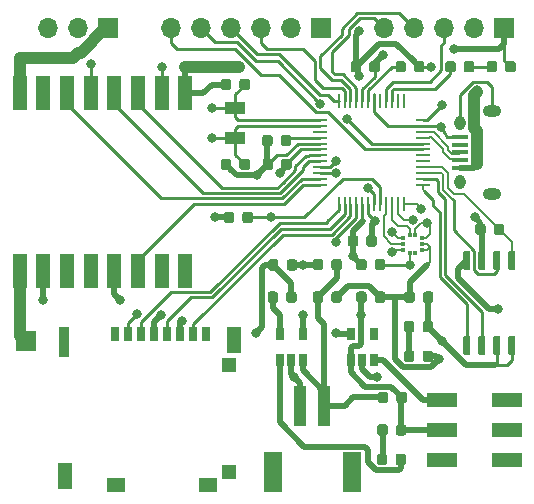
<source format=gbr>
%TF.GenerationSoftware,KiCad,Pcbnew,(6.0.0-rc1-dev-1248-ged6c68a1e)*%
%TF.CreationDate,2019-07-02T22:08:16-04:00*%
%TF.ProjectId,hummingbird,68756d6d-696e-4676-9269-72642e6b6963,rev?*%
%TF.SameCoordinates,Original*%
%TF.FileFunction,Copper,L1,Top*%
%TF.FilePolarity,Positive*%
%FSLAX46Y46*%
G04 Gerber Fmt 4.6, Leading zero omitted, Abs format (unit mm)*
G04 Created by KiCad (PCBNEW (6.0.0-rc1-dev-1248-ged6c68a1e)) date 07/02/19 22:08:16*
%MOMM*%
%LPD*%
G01*
G04 APERTURE LIST*
%ADD10R,0.800000X1.240000*%
%ADD11R,0.950000X2.500000*%
%ADD12R,1.150000X2.200000*%
%ADD13R,1.160000X1.250000*%
%ADD14R,1.160000X1.200000*%
%ADD15R,1.500000X1.150000*%
%ADD16R,1.198880X2.999740*%
%ADD17C,0.100000*%
%ADD18C,0.875000*%
%ADD19R,1.000000X3.500000*%
%ADD20R,1.500000X3.400000*%
%ADD21R,1.700000X1.700000*%
%ADD22O,1.700000X1.700000*%
%ADD23R,1.350000X0.400000*%
%ADD24O,0.950000X1.250000*%
%ADD25O,1.550000X1.000000*%
%ADD26R,2.500000X1.200000*%
%ADD27R,0.650000X1.060000*%
%ADD28C,0.600000*%
%ADD29R,1.300000X0.250000*%
%ADD30R,0.250000X1.300000*%
%ADD31R,0.380000X0.350000*%
%ADD32R,1.800000X1.000000*%
%ADD33C,0.800000*%
%ADD34C,0.250000*%
%ADD35C,0.500000*%
%ADD36C,0.200000*%
%ADD37C,1.000000*%
G04 APERTURE END LIST*
D10*
X137850000Y-164395000D03*
X138950000Y-164395000D03*
X140050000Y-164395000D03*
X141150000Y-164395000D03*
X142250000Y-164395000D03*
X143350000Y-164395000D03*
X144450000Y-164395000D03*
X145550000Y-164395000D03*
D11*
X133505000Y-165025000D03*
D12*
X147895000Y-164875000D03*
D13*
X147490000Y-167025000D03*
D14*
X147490000Y-176025000D03*
D12*
X133605000Y-176355000D03*
D15*
X137910000Y-177150000D03*
X145690000Y-177150000D03*
D16*
X143747700Y-158998080D03*
X141748720Y-158998080D03*
X139749740Y-158998080D03*
X137748220Y-158998080D03*
X135751780Y-158998080D03*
X133750260Y-158998080D03*
X131751280Y-158998080D03*
X129752300Y-158998080D03*
X129752300Y-144001920D03*
X131751280Y-144001920D03*
X133750260Y-144001920D03*
X135751780Y-144001920D03*
X137748220Y-144001920D03*
X139749740Y-144001920D03*
X141748720Y-144001920D03*
X143747700Y-144001920D03*
D17*
G36*
X160490191Y-160776053D02*
X160511426Y-160779203D01*
X160532250Y-160784419D01*
X160552462Y-160791651D01*
X160571868Y-160800830D01*
X160590281Y-160811866D01*
X160607524Y-160824654D01*
X160623430Y-160839070D01*
X160637846Y-160854976D01*
X160650634Y-160872219D01*
X160661670Y-160890632D01*
X160670849Y-160910038D01*
X160678081Y-160930250D01*
X160683297Y-160951074D01*
X160686447Y-160972309D01*
X160687500Y-160993750D01*
X160687500Y-161506250D01*
X160686447Y-161527691D01*
X160683297Y-161548926D01*
X160678081Y-161569750D01*
X160670849Y-161589962D01*
X160661670Y-161609368D01*
X160650634Y-161627781D01*
X160637846Y-161645024D01*
X160623430Y-161660930D01*
X160607524Y-161675346D01*
X160590281Y-161688134D01*
X160571868Y-161699170D01*
X160552462Y-161708349D01*
X160532250Y-161715581D01*
X160511426Y-161720797D01*
X160490191Y-161723947D01*
X160468750Y-161725000D01*
X160031250Y-161725000D01*
X160009809Y-161723947D01*
X159988574Y-161720797D01*
X159967750Y-161715581D01*
X159947538Y-161708349D01*
X159928132Y-161699170D01*
X159909719Y-161688134D01*
X159892476Y-161675346D01*
X159876570Y-161660930D01*
X159862154Y-161645024D01*
X159849366Y-161627781D01*
X159838330Y-161609368D01*
X159829151Y-161589962D01*
X159821919Y-161569750D01*
X159816703Y-161548926D01*
X159813553Y-161527691D01*
X159812500Y-161506250D01*
X159812500Y-160993750D01*
X159813553Y-160972309D01*
X159816703Y-160951074D01*
X159821919Y-160930250D01*
X159829151Y-160910038D01*
X159838330Y-160890632D01*
X159849366Y-160872219D01*
X159862154Y-160854976D01*
X159876570Y-160839070D01*
X159892476Y-160824654D01*
X159909719Y-160811866D01*
X159928132Y-160800830D01*
X159947538Y-160791651D01*
X159967750Y-160784419D01*
X159988574Y-160779203D01*
X160009809Y-160776053D01*
X160031250Y-160775000D01*
X160468750Y-160775000D01*
X160490191Y-160776053D01*
X160490191Y-160776053D01*
G37*
D18*
X160250000Y-161250000D03*
D17*
G36*
X158915191Y-160776053D02*
X158936426Y-160779203D01*
X158957250Y-160784419D01*
X158977462Y-160791651D01*
X158996868Y-160800830D01*
X159015281Y-160811866D01*
X159032524Y-160824654D01*
X159048430Y-160839070D01*
X159062846Y-160854976D01*
X159075634Y-160872219D01*
X159086670Y-160890632D01*
X159095849Y-160910038D01*
X159103081Y-160930250D01*
X159108297Y-160951074D01*
X159111447Y-160972309D01*
X159112500Y-160993750D01*
X159112500Y-161506250D01*
X159111447Y-161527691D01*
X159108297Y-161548926D01*
X159103081Y-161569750D01*
X159095849Y-161589962D01*
X159086670Y-161609368D01*
X159075634Y-161627781D01*
X159062846Y-161645024D01*
X159048430Y-161660930D01*
X159032524Y-161675346D01*
X159015281Y-161688134D01*
X158996868Y-161699170D01*
X158977462Y-161708349D01*
X158957250Y-161715581D01*
X158936426Y-161720797D01*
X158915191Y-161723947D01*
X158893750Y-161725000D01*
X158456250Y-161725000D01*
X158434809Y-161723947D01*
X158413574Y-161720797D01*
X158392750Y-161715581D01*
X158372538Y-161708349D01*
X158353132Y-161699170D01*
X158334719Y-161688134D01*
X158317476Y-161675346D01*
X158301570Y-161660930D01*
X158287154Y-161645024D01*
X158274366Y-161627781D01*
X158263330Y-161609368D01*
X158254151Y-161589962D01*
X158246919Y-161569750D01*
X158241703Y-161548926D01*
X158238553Y-161527691D01*
X158237500Y-161506250D01*
X158237500Y-160993750D01*
X158238553Y-160972309D01*
X158241703Y-160951074D01*
X158246919Y-160930250D01*
X158254151Y-160910038D01*
X158263330Y-160890632D01*
X158274366Y-160872219D01*
X158287154Y-160854976D01*
X158301570Y-160839070D01*
X158317476Y-160824654D01*
X158334719Y-160811866D01*
X158353132Y-160800830D01*
X158372538Y-160791651D01*
X158392750Y-160784419D01*
X158413574Y-160779203D01*
X158434809Y-160776053D01*
X158456250Y-160775000D01*
X158893750Y-160775000D01*
X158915191Y-160776053D01*
X158915191Y-160776053D01*
G37*
D18*
X158675000Y-161250000D03*
D17*
G36*
X155240191Y-160776053D02*
X155261426Y-160779203D01*
X155282250Y-160784419D01*
X155302462Y-160791651D01*
X155321868Y-160800830D01*
X155340281Y-160811866D01*
X155357524Y-160824654D01*
X155373430Y-160839070D01*
X155387846Y-160854976D01*
X155400634Y-160872219D01*
X155411670Y-160890632D01*
X155420849Y-160910038D01*
X155428081Y-160930250D01*
X155433297Y-160951074D01*
X155436447Y-160972309D01*
X155437500Y-160993750D01*
X155437500Y-161506250D01*
X155436447Y-161527691D01*
X155433297Y-161548926D01*
X155428081Y-161569750D01*
X155420849Y-161589962D01*
X155411670Y-161609368D01*
X155400634Y-161627781D01*
X155387846Y-161645024D01*
X155373430Y-161660930D01*
X155357524Y-161675346D01*
X155340281Y-161688134D01*
X155321868Y-161699170D01*
X155302462Y-161708349D01*
X155282250Y-161715581D01*
X155261426Y-161720797D01*
X155240191Y-161723947D01*
X155218750Y-161725000D01*
X154781250Y-161725000D01*
X154759809Y-161723947D01*
X154738574Y-161720797D01*
X154717750Y-161715581D01*
X154697538Y-161708349D01*
X154678132Y-161699170D01*
X154659719Y-161688134D01*
X154642476Y-161675346D01*
X154626570Y-161660930D01*
X154612154Y-161645024D01*
X154599366Y-161627781D01*
X154588330Y-161609368D01*
X154579151Y-161589962D01*
X154571919Y-161569750D01*
X154566703Y-161548926D01*
X154563553Y-161527691D01*
X154562500Y-161506250D01*
X154562500Y-160993750D01*
X154563553Y-160972309D01*
X154566703Y-160951074D01*
X154571919Y-160930250D01*
X154579151Y-160910038D01*
X154588330Y-160890632D01*
X154599366Y-160872219D01*
X154612154Y-160854976D01*
X154626570Y-160839070D01*
X154642476Y-160824654D01*
X154659719Y-160811866D01*
X154678132Y-160800830D01*
X154697538Y-160791651D01*
X154717750Y-160784419D01*
X154738574Y-160779203D01*
X154759809Y-160776053D01*
X154781250Y-160775000D01*
X155218750Y-160775000D01*
X155240191Y-160776053D01*
X155240191Y-160776053D01*
G37*
D18*
X155000000Y-161250000D03*
D17*
G36*
X156815191Y-160776053D02*
X156836426Y-160779203D01*
X156857250Y-160784419D01*
X156877462Y-160791651D01*
X156896868Y-160800830D01*
X156915281Y-160811866D01*
X156932524Y-160824654D01*
X156948430Y-160839070D01*
X156962846Y-160854976D01*
X156975634Y-160872219D01*
X156986670Y-160890632D01*
X156995849Y-160910038D01*
X157003081Y-160930250D01*
X157008297Y-160951074D01*
X157011447Y-160972309D01*
X157012500Y-160993750D01*
X157012500Y-161506250D01*
X157011447Y-161527691D01*
X157008297Y-161548926D01*
X157003081Y-161569750D01*
X156995849Y-161589962D01*
X156986670Y-161609368D01*
X156975634Y-161627781D01*
X156962846Y-161645024D01*
X156948430Y-161660930D01*
X156932524Y-161675346D01*
X156915281Y-161688134D01*
X156896868Y-161699170D01*
X156877462Y-161708349D01*
X156857250Y-161715581D01*
X156836426Y-161720797D01*
X156815191Y-161723947D01*
X156793750Y-161725000D01*
X156356250Y-161725000D01*
X156334809Y-161723947D01*
X156313574Y-161720797D01*
X156292750Y-161715581D01*
X156272538Y-161708349D01*
X156253132Y-161699170D01*
X156234719Y-161688134D01*
X156217476Y-161675346D01*
X156201570Y-161660930D01*
X156187154Y-161645024D01*
X156174366Y-161627781D01*
X156163330Y-161609368D01*
X156154151Y-161589962D01*
X156146919Y-161569750D01*
X156141703Y-161548926D01*
X156138553Y-161527691D01*
X156137500Y-161506250D01*
X156137500Y-160993750D01*
X156138553Y-160972309D01*
X156141703Y-160951074D01*
X156146919Y-160930250D01*
X156154151Y-160910038D01*
X156163330Y-160890632D01*
X156174366Y-160872219D01*
X156187154Y-160854976D01*
X156201570Y-160839070D01*
X156217476Y-160824654D01*
X156234719Y-160811866D01*
X156253132Y-160800830D01*
X156272538Y-160791651D01*
X156292750Y-160784419D01*
X156313574Y-160779203D01*
X156334809Y-160776053D01*
X156356250Y-160775000D01*
X156793750Y-160775000D01*
X156815191Y-160776053D01*
X156815191Y-160776053D01*
G37*
D18*
X156575000Y-161250000D03*
D17*
G36*
X162990191Y-160776053D02*
X163011426Y-160779203D01*
X163032250Y-160784419D01*
X163052462Y-160791651D01*
X163071868Y-160800830D01*
X163090281Y-160811866D01*
X163107524Y-160824654D01*
X163123430Y-160839070D01*
X163137846Y-160854976D01*
X163150634Y-160872219D01*
X163161670Y-160890632D01*
X163170849Y-160910038D01*
X163178081Y-160930250D01*
X163183297Y-160951074D01*
X163186447Y-160972309D01*
X163187500Y-160993750D01*
X163187500Y-161506250D01*
X163186447Y-161527691D01*
X163183297Y-161548926D01*
X163178081Y-161569750D01*
X163170849Y-161589962D01*
X163161670Y-161609368D01*
X163150634Y-161627781D01*
X163137846Y-161645024D01*
X163123430Y-161660930D01*
X163107524Y-161675346D01*
X163090281Y-161688134D01*
X163071868Y-161699170D01*
X163052462Y-161708349D01*
X163032250Y-161715581D01*
X163011426Y-161720797D01*
X162990191Y-161723947D01*
X162968750Y-161725000D01*
X162531250Y-161725000D01*
X162509809Y-161723947D01*
X162488574Y-161720797D01*
X162467750Y-161715581D01*
X162447538Y-161708349D01*
X162428132Y-161699170D01*
X162409719Y-161688134D01*
X162392476Y-161675346D01*
X162376570Y-161660930D01*
X162362154Y-161645024D01*
X162349366Y-161627781D01*
X162338330Y-161609368D01*
X162329151Y-161589962D01*
X162321919Y-161569750D01*
X162316703Y-161548926D01*
X162313553Y-161527691D01*
X162312500Y-161506250D01*
X162312500Y-160993750D01*
X162313553Y-160972309D01*
X162316703Y-160951074D01*
X162321919Y-160930250D01*
X162329151Y-160910038D01*
X162338330Y-160890632D01*
X162349366Y-160872219D01*
X162362154Y-160854976D01*
X162376570Y-160839070D01*
X162392476Y-160824654D01*
X162409719Y-160811866D01*
X162428132Y-160800830D01*
X162447538Y-160791651D01*
X162467750Y-160784419D01*
X162488574Y-160779203D01*
X162509809Y-160776053D01*
X162531250Y-160775000D01*
X162968750Y-160775000D01*
X162990191Y-160776053D01*
X162990191Y-160776053D01*
G37*
D18*
X162750000Y-161250000D03*
D17*
G36*
X164565191Y-160776053D02*
X164586426Y-160779203D01*
X164607250Y-160784419D01*
X164627462Y-160791651D01*
X164646868Y-160800830D01*
X164665281Y-160811866D01*
X164682524Y-160824654D01*
X164698430Y-160839070D01*
X164712846Y-160854976D01*
X164725634Y-160872219D01*
X164736670Y-160890632D01*
X164745849Y-160910038D01*
X164753081Y-160930250D01*
X164758297Y-160951074D01*
X164761447Y-160972309D01*
X164762500Y-160993750D01*
X164762500Y-161506250D01*
X164761447Y-161527691D01*
X164758297Y-161548926D01*
X164753081Y-161569750D01*
X164745849Y-161589962D01*
X164736670Y-161609368D01*
X164725634Y-161627781D01*
X164712846Y-161645024D01*
X164698430Y-161660930D01*
X164682524Y-161675346D01*
X164665281Y-161688134D01*
X164646868Y-161699170D01*
X164627462Y-161708349D01*
X164607250Y-161715581D01*
X164586426Y-161720797D01*
X164565191Y-161723947D01*
X164543750Y-161725000D01*
X164106250Y-161725000D01*
X164084809Y-161723947D01*
X164063574Y-161720797D01*
X164042750Y-161715581D01*
X164022538Y-161708349D01*
X164003132Y-161699170D01*
X163984719Y-161688134D01*
X163967476Y-161675346D01*
X163951570Y-161660930D01*
X163937154Y-161645024D01*
X163924366Y-161627781D01*
X163913330Y-161609368D01*
X163904151Y-161589962D01*
X163896919Y-161569750D01*
X163891703Y-161548926D01*
X163888553Y-161527691D01*
X163887500Y-161506250D01*
X163887500Y-160993750D01*
X163888553Y-160972309D01*
X163891703Y-160951074D01*
X163896919Y-160930250D01*
X163904151Y-160910038D01*
X163913330Y-160890632D01*
X163924366Y-160872219D01*
X163937154Y-160854976D01*
X163951570Y-160839070D01*
X163967476Y-160824654D01*
X163984719Y-160811866D01*
X164003132Y-160800830D01*
X164022538Y-160791651D01*
X164042750Y-160784419D01*
X164063574Y-160779203D01*
X164084809Y-160776053D01*
X164106250Y-160775000D01*
X164543750Y-160775000D01*
X164565191Y-160776053D01*
X164565191Y-160776053D01*
G37*
D18*
X164325000Y-161250000D03*
D17*
G36*
X147452691Y-149526053D02*
X147473926Y-149529203D01*
X147494750Y-149534419D01*
X147514962Y-149541651D01*
X147534368Y-149550830D01*
X147552781Y-149561866D01*
X147570024Y-149574654D01*
X147585930Y-149589070D01*
X147600346Y-149604976D01*
X147613134Y-149622219D01*
X147624170Y-149640632D01*
X147633349Y-149660038D01*
X147640581Y-149680250D01*
X147645797Y-149701074D01*
X147648947Y-149722309D01*
X147650000Y-149743750D01*
X147650000Y-150256250D01*
X147648947Y-150277691D01*
X147645797Y-150298926D01*
X147640581Y-150319750D01*
X147633349Y-150339962D01*
X147624170Y-150359368D01*
X147613134Y-150377781D01*
X147600346Y-150395024D01*
X147585930Y-150410930D01*
X147570024Y-150425346D01*
X147552781Y-150438134D01*
X147534368Y-150449170D01*
X147514962Y-150458349D01*
X147494750Y-150465581D01*
X147473926Y-150470797D01*
X147452691Y-150473947D01*
X147431250Y-150475000D01*
X146993750Y-150475000D01*
X146972309Y-150473947D01*
X146951074Y-150470797D01*
X146930250Y-150465581D01*
X146910038Y-150458349D01*
X146890632Y-150449170D01*
X146872219Y-150438134D01*
X146854976Y-150425346D01*
X146839070Y-150410930D01*
X146824654Y-150395024D01*
X146811866Y-150377781D01*
X146800830Y-150359368D01*
X146791651Y-150339962D01*
X146784419Y-150319750D01*
X146779203Y-150298926D01*
X146776053Y-150277691D01*
X146775000Y-150256250D01*
X146775000Y-149743750D01*
X146776053Y-149722309D01*
X146779203Y-149701074D01*
X146784419Y-149680250D01*
X146791651Y-149660038D01*
X146800830Y-149640632D01*
X146811866Y-149622219D01*
X146824654Y-149604976D01*
X146839070Y-149589070D01*
X146854976Y-149574654D01*
X146872219Y-149561866D01*
X146890632Y-149550830D01*
X146910038Y-149541651D01*
X146930250Y-149534419D01*
X146951074Y-149529203D01*
X146972309Y-149526053D01*
X146993750Y-149525000D01*
X147431250Y-149525000D01*
X147452691Y-149526053D01*
X147452691Y-149526053D01*
G37*
D18*
X147212500Y-150000000D03*
D17*
G36*
X149027691Y-149526053D02*
X149048926Y-149529203D01*
X149069750Y-149534419D01*
X149089962Y-149541651D01*
X149109368Y-149550830D01*
X149127781Y-149561866D01*
X149145024Y-149574654D01*
X149160930Y-149589070D01*
X149175346Y-149604976D01*
X149188134Y-149622219D01*
X149199170Y-149640632D01*
X149208349Y-149660038D01*
X149215581Y-149680250D01*
X149220797Y-149701074D01*
X149223947Y-149722309D01*
X149225000Y-149743750D01*
X149225000Y-150256250D01*
X149223947Y-150277691D01*
X149220797Y-150298926D01*
X149215581Y-150319750D01*
X149208349Y-150339962D01*
X149199170Y-150359368D01*
X149188134Y-150377781D01*
X149175346Y-150395024D01*
X149160930Y-150410930D01*
X149145024Y-150425346D01*
X149127781Y-150438134D01*
X149109368Y-150449170D01*
X149089962Y-150458349D01*
X149069750Y-150465581D01*
X149048926Y-150470797D01*
X149027691Y-150473947D01*
X149006250Y-150475000D01*
X148568750Y-150475000D01*
X148547309Y-150473947D01*
X148526074Y-150470797D01*
X148505250Y-150465581D01*
X148485038Y-150458349D01*
X148465632Y-150449170D01*
X148447219Y-150438134D01*
X148429976Y-150425346D01*
X148414070Y-150410930D01*
X148399654Y-150395024D01*
X148386866Y-150377781D01*
X148375830Y-150359368D01*
X148366651Y-150339962D01*
X148359419Y-150319750D01*
X148354203Y-150298926D01*
X148351053Y-150277691D01*
X148350000Y-150256250D01*
X148350000Y-149743750D01*
X148351053Y-149722309D01*
X148354203Y-149701074D01*
X148359419Y-149680250D01*
X148366651Y-149660038D01*
X148375830Y-149640632D01*
X148386866Y-149622219D01*
X148399654Y-149604976D01*
X148414070Y-149589070D01*
X148429976Y-149574654D01*
X148447219Y-149561866D01*
X148465632Y-149550830D01*
X148485038Y-149541651D01*
X148505250Y-149534419D01*
X148526074Y-149529203D01*
X148547309Y-149526053D01*
X148568750Y-149525000D01*
X149006250Y-149525000D01*
X149027691Y-149526053D01*
X149027691Y-149526053D01*
G37*
D18*
X148787500Y-150000000D03*
D17*
G36*
X149027691Y-142776053D02*
X149048926Y-142779203D01*
X149069750Y-142784419D01*
X149089962Y-142791651D01*
X149109368Y-142800830D01*
X149127781Y-142811866D01*
X149145024Y-142824654D01*
X149160930Y-142839070D01*
X149175346Y-142854976D01*
X149188134Y-142872219D01*
X149199170Y-142890632D01*
X149208349Y-142910038D01*
X149215581Y-142930250D01*
X149220797Y-142951074D01*
X149223947Y-142972309D01*
X149225000Y-142993750D01*
X149225000Y-143506250D01*
X149223947Y-143527691D01*
X149220797Y-143548926D01*
X149215581Y-143569750D01*
X149208349Y-143589962D01*
X149199170Y-143609368D01*
X149188134Y-143627781D01*
X149175346Y-143645024D01*
X149160930Y-143660930D01*
X149145024Y-143675346D01*
X149127781Y-143688134D01*
X149109368Y-143699170D01*
X149089962Y-143708349D01*
X149069750Y-143715581D01*
X149048926Y-143720797D01*
X149027691Y-143723947D01*
X149006250Y-143725000D01*
X148568750Y-143725000D01*
X148547309Y-143723947D01*
X148526074Y-143720797D01*
X148505250Y-143715581D01*
X148485038Y-143708349D01*
X148465632Y-143699170D01*
X148447219Y-143688134D01*
X148429976Y-143675346D01*
X148414070Y-143660930D01*
X148399654Y-143645024D01*
X148386866Y-143627781D01*
X148375830Y-143609368D01*
X148366651Y-143589962D01*
X148359419Y-143569750D01*
X148354203Y-143548926D01*
X148351053Y-143527691D01*
X148350000Y-143506250D01*
X148350000Y-142993750D01*
X148351053Y-142972309D01*
X148354203Y-142951074D01*
X148359419Y-142930250D01*
X148366651Y-142910038D01*
X148375830Y-142890632D01*
X148386866Y-142872219D01*
X148399654Y-142854976D01*
X148414070Y-142839070D01*
X148429976Y-142824654D01*
X148447219Y-142811866D01*
X148465632Y-142800830D01*
X148485038Y-142791651D01*
X148505250Y-142784419D01*
X148526074Y-142779203D01*
X148547309Y-142776053D01*
X148568750Y-142775000D01*
X149006250Y-142775000D01*
X149027691Y-142776053D01*
X149027691Y-142776053D01*
G37*
D18*
X148787500Y-143250000D03*
D17*
G36*
X147452691Y-142776053D02*
X147473926Y-142779203D01*
X147494750Y-142784419D01*
X147514962Y-142791651D01*
X147534368Y-142800830D01*
X147552781Y-142811866D01*
X147570024Y-142824654D01*
X147585930Y-142839070D01*
X147600346Y-142854976D01*
X147613134Y-142872219D01*
X147624170Y-142890632D01*
X147633349Y-142910038D01*
X147640581Y-142930250D01*
X147645797Y-142951074D01*
X147648947Y-142972309D01*
X147650000Y-142993750D01*
X147650000Y-143506250D01*
X147648947Y-143527691D01*
X147645797Y-143548926D01*
X147640581Y-143569750D01*
X147633349Y-143589962D01*
X147624170Y-143609368D01*
X147613134Y-143627781D01*
X147600346Y-143645024D01*
X147585930Y-143660930D01*
X147570024Y-143675346D01*
X147552781Y-143688134D01*
X147534368Y-143699170D01*
X147514962Y-143708349D01*
X147494750Y-143715581D01*
X147473926Y-143720797D01*
X147452691Y-143723947D01*
X147431250Y-143725000D01*
X146993750Y-143725000D01*
X146972309Y-143723947D01*
X146951074Y-143720797D01*
X146930250Y-143715581D01*
X146910038Y-143708349D01*
X146890632Y-143699170D01*
X146872219Y-143688134D01*
X146854976Y-143675346D01*
X146839070Y-143660930D01*
X146824654Y-143645024D01*
X146811866Y-143627781D01*
X146800830Y-143609368D01*
X146791651Y-143589962D01*
X146784419Y-143569750D01*
X146779203Y-143548926D01*
X146776053Y-143527691D01*
X146775000Y-143506250D01*
X146775000Y-142993750D01*
X146776053Y-142972309D01*
X146779203Y-142951074D01*
X146784419Y-142930250D01*
X146791651Y-142910038D01*
X146800830Y-142890632D01*
X146811866Y-142872219D01*
X146824654Y-142854976D01*
X146839070Y-142839070D01*
X146854976Y-142824654D01*
X146872219Y-142811866D01*
X146890632Y-142800830D01*
X146910038Y-142791651D01*
X146930250Y-142784419D01*
X146951074Y-142779203D01*
X146972309Y-142776053D01*
X146993750Y-142775000D01*
X147431250Y-142775000D01*
X147452691Y-142776053D01*
X147452691Y-142776053D01*
G37*
D18*
X147212500Y-143250000D03*
D17*
G36*
X159777691Y-156026053D02*
X159798926Y-156029203D01*
X159819750Y-156034419D01*
X159839962Y-156041651D01*
X159859368Y-156050830D01*
X159877781Y-156061866D01*
X159895024Y-156074654D01*
X159910930Y-156089070D01*
X159925346Y-156104976D01*
X159938134Y-156122219D01*
X159949170Y-156140632D01*
X159958349Y-156160038D01*
X159965581Y-156180250D01*
X159970797Y-156201074D01*
X159973947Y-156222309D01*
X159975000Y-156243750D01*
X159975000Y-156756250D01*
X159973947Y-156777691D01*
X159970797Y-156798926D01*
X159965581Y-156819750D01*
X159958349Y-156839962D01*
X159949170Y-156859368D01*
X159938134Y-156877781D01*
X159925346Y-156895024D01*
X159910930Y-156910930D01*
X159895024Y-156925346D01*
X159877781Y-156938134D01*
X159859368Y-156949170D01*
X159839962Y-156958349D01*
X159819750Y-156965581D01*
X159798926Y-156970797D01*
X159777691Y-156973947D01*
X159756250Y-156975000D01*
X159318750Y-156975000D01*
X159297309Y-156973947D01*
X159276074Y-156970797D01*
X159255250Y-156965581D01*
X159235038Y-156958349D01*
X159215632Y-156949170D01*
X159197219Y-156938134D01*
X159179976Y-156925346D01*
X159164070Y-156910930D01*
X159149654Y-156895024D01*
X159136866Y-156877781D01*
X159125830Y-156859368D01*
X159116651Y-156839962D01*
X159109419Y-156819750D01*
X159104203Y-156798926D01*
X159101053Y-156777691D01*
X159100000Y-156756250D01*
X159100000Y-156243750D01*
X159101053Y-156222309D01*
X159104203Y-156201074D01*
X159109419Y-156180250D01*
X159116651Y-156160038D01*
X159125830Y-156140632D01*
X159136866Y-156122219D01*
X159149654Y-156104976D01*
X159164070Y-156089070D01*
X159179976Y-156074654D01*
X159197219Y-156061866D01*
X159215632Y-156050830D01*
X159235038Y-156041651D01*
X159255250Y-156034419D01*
X159276074Y-156029203D01*
X159297309Y-156026053D01*
X159318750Y-156025000D01*
X159756250Y-156025000D01*
X159777691Y-156026053D01*
X159777691Y-156026053D01*
G37*
D18*
X159537500Y-156500000D03*
D17*
G36*
X158202691Y-156026053D02*
X158223926Y-156029203D01*
X158244750Y-156034419D01*
X158264962Y-156041651D01*
X158284368Y-156050830D01*
X158302781Y-156061866D01*
X158320024Y-156074654D01*
X158335930Y-156089070D01*
X158350346Y-156104976D01*
X158363134Y-156122219D01*
X158374170Y-156140632D01*
X158383349Y-156160038D01*
X158390581Y-156180250D01*
X158395797Y-156201074D01*
X158398947Y-156222309D01*
X158400000Y-156243750D01*
X158400000Y-156756250D01*
X158398947Y-156777691D01*
X158395797Y-156798926D01*
X158390581Y-156819750D01*
X158383349Y-156839962D01*
X158374170Y-156859368D01*
X158363134Y-156877781D01*
X158350346Y-156895024D01*
X158335930Y-156910930D01*
X158320024Y-156925346D01*
X158302781Y-156938134D01*
X158284368Y-156949170D01*
X158264962Y-156958349D01*
X158244750Y-156965581D01*
X158223926Y-156970797D01*
X158202691Y-156973947D01*
X158181250Y-156975000D01*
X157743750Y-156975000D01*
X157722309Y-156973947D01*
X157701074Y-156970797D01*
X157680250Y-156965581D01*
X157660038Y-156958349D01*
X157640632Y-156949170D01*
X157622219Y-156938134D01*
X157604976Y-156925346D01*
X157589070Y-156910930D01*
X157574654Y-156895024D01*
X157561866Y-156877781D01*
X157550830Y-156859368D01*
X157541651Y-156839962D01*
X157534419Y-156819750D01*
X157529203Y-156798926D01*
X157526053Y-156777691D01*
X157525000Y-156756250D01*
X157525000Y-156243750D01*
X157526053Y-156222309D01*
X157529203Y-156201074D01*
X157534419Y-156180250D01*
X157541651Y-156160038D01*
X157550830Y-156140632D01*
X157561866Y-156122219D01*
X157574654Y-156104976D01*
X157589070Y-156089070D01*
X157604976Y-156074654D01*
X157622219Y-156061866D01*
X157640632Y-156050830D01*
X157660038Y-156041651D01*
X157680250Y-156034419D01*
X157701074Y-156029203D01*
X157722309Y-156026053D01*
X157743750Y-156025000D01*
X158181250Y-156025000D01*
X158202691Y-156026053D01*
X158202691Y-156026053D01*
G37*
D18*
X157962500Y-156500000D03*
D17*
G36*
X160027691Y-141276053D02*
X160048926Y-141279203D01*
X160069750Y-141284419D01*
X160089962Y-141291651D01*
X160109368Y-141300830D01*
X160127781Y-141311866D01*
X160145024Y-141324654D01*
X160160930Y-141339070D01*
X160175346Y-141354976D01*
X160188134Y-141372219D01*
X160199170Y-141390632D01*
X160208349Y-141410038D01*
X160215581Y-141430250D01*
X160220797Y-141451074D01*
X160223947Y-141472309D01*
X160225000Y-141493750D01*
X160225000Y-142006250D01*
X160223947Y-142027691D01*
X160220797Y-142048926D01*
X160215581Y-142069750D01*
X160208349Y-142089962D01*
X160199170Y-142109368D01*
X160188134Y-142127781D01*
X160175346Y-142145024D01*
X160160930Y-142160930D01*
X160145024Y-142175346D01*
X160127781Y-142188134D01*
X160109368Y-142199170D01*
X160089962Y-142208349D01*
X160069750Y-142215581D01*
X160048926Y-142220797D01*
X160027691Y-142223947D01*
X160006250Y-142225000D01*
X159568750Y-142225000D01*
X159547309Y-142223947D01*
X159526074Y-142220797D01*
X159505250Y-142215581D01*
X159485038Y-142208349D01*
X159465632Y-142199170D01*
X159447219Y-142188134D01*
X159429976Y-142175346D01*
X159414070Y-142160930D01*
X159399654Y-142145024D01*
X159386866Y-142127781D01*
X159375830Y-142109368D01*
X159366651Y-142089962D01*
X159359419Y-142069750D01*
X159354203Y-142048926D01*
X159351053Y-142027691D01*
X159350000Y-142006250D01*
X159350000Y-141493750D01*
X159351053Y-141472309D01*
X159354203Y-141451074D01*
X159359419Y-141430250D01*
X159366651Y-141410038D01*
X159375830Y-141390632D01*
X159386866Y-141372219D01*
X159399654Y-141354976D01*
X159414070Y-141339070D01*
X159429976Y-141324654D01*
X159447219Y-141311866D01*
X159465632Y-141300830D01*
X159485038Y-141291651D01*
X159505250Y-141284419D01*
X159526074Y-141279203D01*
X159547309Y-141276053D01*
X159568750Y-141275000D01*
X160006250Y-141275000D01*
X160027691Y-141276053D01*
X160027691Y-141276053D01*
G37*
D18*
X159787500Y-141750000D03*
D17*
G36*
X158452691Y-141276053D02*
X158473926Y-141279203D01*
X158494750Y-141284419D01*
X158514962Y-141291651D01*
X158534368Y-141300830D01*
X158552781Y-141311866D01*
X158570024Y-141324654D01*
X158585930Y-141339070D01*
X158600346Y-141354976D01*
X158613134Y-141372219D01*
X158624170Y-141390632D01*
X158633349Y-141410038D01*
X158640581Y-141430250D01*
X158645797Y-141451074D01*
X158648947Y-141472309D01*
X158650000Y-141493750D01*
X158650000Y-142006250D01*
X158648947Y-142027691D01*
X158645797Y-142048926D01*
X158640581Y-142069750D01*
X158633349Y-142089962D01*
X158624170Y-142109368D01*
X158613134Y-142127781D01*
X158600346Y-142145024D01*
X158585930Y-142160930D01*
X158570024Y-142175346D01*
X158552781Y-142188134D01*
X158534368Y-142199170D01*
X158514962Y-142208349D01*
X158494750Y-142215581D01*
X158473926Y-142220797D01*
X158452691Y-142223947D01*
X158431250Y-142225000D01*
X157993750Y-142225000D01*
X157972309Y-142223947D01*
X157951074Y-142220797D01*
X157930250Y-142215581D01*
X157910038Y-142208349D01*
X157890632Y-142199170D01*
X157872219Y-142188134D01*
X157854976Y-142175346D01*
X157839070Y-142160930D01*
X157824654Y-142145024D01*
X157811866Y-142127781D01*
X157800830Y-142109368D01*
X157791651Y-142089962D01*
X157784419Y-142069750D01*
X157779203Y-142048926D01*
X157776053Y-142027691D01*
X157775000Y-142006250D01*
X157775000Y-141493750D01*
X157776053Y-141472309D01*
X157779203Y-141451074D01*
X157784419Y-141430250D01*
X157791651Y-141410038D01*
X157800830Y-141390632D01*
X157811866Y-141372219D01*
X157824654Y-141354976D01*
X157839070Y-141339070D01*
X157854976Y-141324654D01*
X157872219Y-141311866D01*
X157890632Y-141300830D01*
X157910038Y-141291651D01*
X157930250Y-141284419D01*
X157951074Y-141279203D01*
X157972309Y-141276053D01*
X157993750Y-141275000D01*
X158431250Y-141275000D01*
X158452691Y-141276053D01*
X158452691Y-141276053D01*
G37*
D18*
X158212500Y-141750000D03*
D17*
G36*
X150990191Y-149526053D02*
X151011426Y-149529203D01*
X151032250Y-149534419D01*
X151052462Y-149541651D01*
X151071868Y-149550830D01*
X151090281Y-149561866D01*
X151107524Y-149574654D01*
X151123430Y-149589070D01*
X151137846Y-149604976D01*
X151150634Y-149622219D01*
X151161670Y-149640632D01*
X151170849Y-149660038D01*
X151178081Y-149680250D01*
X151183297Y-149701074D01*
X151186447Y-149722309D01*
X151187500Y-149743750D01*
X151187500Y-150256250D01*
X151186447Y-150277691D01*
X151183297Y-150298926D01*
X151178081Y-150319750D01*
X151170849Y-150339962D01*
X151161670Y-150359368D01*
X151150634Y-150377781D01*
X151137846Y-150395024D01*
X151123430Y-150410930D01*
X151107524Y-150425346D01*
X151090281Y-150438134D01*
X151071868Y-150449170D01*
X151052462Y-150458349D01*
X151032250Y-150465581D01*
X151011426Y-150470797D01*
X150990191Y-150473947D01*
X150968750Y-150475000D01*
X150531250Y-150475000D01*
X150509809Y-150473947D01*
X150488574Y-150470797D01*
X150467750Y-150465581D01*
X150447538Y-150458349D01*
X150428132Y-150449170D01*
X150409719Y-150438134D01*
X150392476Y-150425346D01*
X150376570Y-150410930D01*
X150362154Y-150395024D01*
X150349366Y-150377781D01*
X150338330Y-150359368D01*
X150329151Y-150339962D01*
X150321919Y-150319750D01*
X150316703Y-150298926D01*
X150313553Y-150277691D01*
X150312500Y-150256250D01*
X150312500Y-149743750D01*
X150313553Y-149722309D01*
X150316703Y-149701074D01*
X150321919Y-149680250D01*
X150329151Y-149660038D01*
X150338330Y-149640632D01*
X150349366Y-149622219D01*
X150362154Y-149604976D01*
X150376570Y-149589070D01*
X150392476Y-149574654D01*
X150409719Y-149561866D01*
X150428132Y-149550830D01*
X150447538Y-149541651D01*
X150467750Y-149534419D01*
X150488574Y-149529203D01*
X150509809Y-149526053D01*
X150531250Y-149525000D01*
X150968750Y-149525000D01*
X150990191Y-149526053D01*
X150990191Y-149526053D01*
G37*
D18*
X150750000Y-150000000D03*
D17*
G36*
X152565191Y-149526053D02*
X152586426Y-149529203D01*
X152607250Y-149534419D01*
X152627462Y-149541651D01*
X152646868Y-149550830D01*
X152665281Y-149561866D01*
X152682524Y-149574654D01*
X152698430Y-149589070D01*
X152712846Y-149604976D01*
X152725634Y-149622219D01*
X152736670Y-149640632D01*
X152745849Y-149660038D01*
X152753081Y-149680250D01*
X152758297Y-149701074D01*
X152761447Y-149722309D01*
X152762500Y-149743750D01*
X152762500Y-150256250D01*
X152761447Y-150277691D01*
X152758297Y-150298926D01*
X152753081Y-150319750D01*
X152745849Y-150339962D01*
X152736670Y-150359368D01*
X152725634Y-150377781D01*
X152712846Y-150395024D01*
X152698430Y-150410930D01*
X152682524Y-150425346D01*
X152665281Y-150438134D01*
X152646868Y-150449170D01*
X152627462Y-150458349D01*
X152607250Y-150465581D01*
X152586426Y-150470797D01*
X152565191Y-150473947D01*
X152543750Y-150475000D01*
X152106250Y-150475000D01*
X152084809Y-150473947D01*
X152063574Y-150470797D01*
X152042750Y-150465581D01*
X152022538Y-150458349D01*
X152003132Y-150449170D01*
X151984719Y-150438134D01*
X151967476Y-150425346D01*
X151951570Y-150410930D01*
X151937154Y-150395024D01*
X151924366Y-150377781D01*
X151913330Y-150359368D01*
X151904151Y-150339962D01*
X151896919Y-150319750D01*
X151891703Y-150298926D01*
X151888553Y-150277691D01*
X151887500Y-150256250D01*
X151887500Y-149743750D01*
X151888553Y-149722309D01*
X151891703Y-149701074D01*
X151896919Y-149680250D01*
X151904151Y-149660038D01*
X151913330Y-149640632D01*
X151924366Y-149622219D01*
X151937154Y-149604976D01*
X151951570Y-149589070D01*
X151967476Y-149574654D01*
X151984719Y-149561866D01*
X152003132Y-149550830D01*
X152022538Y-149541651D01*
X152042750Y-149534419D01*
X152063574Y-149529203D01*
X152084809Y-149526053D01*
X152106250Y-149525000D01*
X152543750Y-149525000D01*
X152565191Y-149526053D01*
X152565191Y-149526053D01*
G37*
D18*
X152325000Y-150000000D03*
D17*
G36*
X162240191Y-141276053D02*
X162261426Y-141279203D01*
X162282250Y-141284419D01*
X162302462Y-141291651D01*
X162321868Y-141300830D01*
X162340281Y-141311866D01*
X162357524Y-141324654D01*
X162373430Y-141339070D01*
X162387846Y-141354976D01*
X162400634Y-141372219D01*
X162411670Y-141390632D01*
X162420849Y-141410038D01*
X162428081Y-141430250D01*
X162433297Y-141451074D01*
X162436447Y-141472309D01*
X162437500Y-141493750D01*
X162437500Y-142006250D01*
X162436447Y-142027691D01*
X162433297Y-142048926D01*
X162428081Y-142069750D01*
X162420849Y-142089962D01*
X162411670Y-142109368D01*
X162400634Y-142127781D01*
X162387846Y-142145024D01*
X162373430Y-142160930D01*
X162357524Y-142175346D01*
X162340281Y-142188134D01*
X162321868Y-142199170D01*
X162302462Y-142208349D01*
X162282250Y-142215581D01*
X162261426Y-142220797D01*
X162240191Y-142223947D01*
X162218750Y-142225000D01*
X161781250Y-142225000D01*
X161759809Y-142223947D01*
X161738574Y-142220797D01*
X161717750Y-142215581D01*
X161697538Y-142208349D01*
X161678132Y-142199170D01*
X161659719Y-142188134D01*
X161642476Y-142175346D01*
X161626570Y-142160930D01*
X161612154Y-142145024D01*
X161599366Y-142127781D01*
X161588330Y-142109368D01*
X161579151Y-142089962D01*
X161571919Y-142069750D01*
X161566703Y-142048926D01*
X161563553Y-142027691D01*
X161562500Y-142006250D01*
X161562500Y-141493750D01*
X161563553Y-141472309D01*
X161566703Y-141451074D01*
X161571919Y-141430250D01*
X161579151Y-141410038D01*
X161588330Y-141390632D01*
X161599366Y-141372219D01*
X161612154Y-141354976D01*
X161626570Y-141339070D01*
X161642476Y-141324654D01*
X161659719Y-141311866D01*
X161678132Y-141300830D01*
X161697538Y-141291651D01*
X161717750Y-141284419D01*
X161738574Y-141279203D01*
X161759809Y-141276053D01*
X161781250Y-141275000D01*
X162218750Y-141275000D01*
X162240191Y-141276053D01*
X162240191Y-141276053D01*
G37*
D18*
X162000000Y-141750000D03*
D17*
G36*
X163815191Y-141276053D02*
X163836426Y-141279203D01*
X163857250Y-141284419D01*
X163877462Y-141291651D01*
X163896868Y-141300830D01*
X163915281Y-141311866D01*
X163932524Y-141324654D01*
X163948430Y-141339070D01*
X163962846Y-141354976D01*
X163975634Y-141372219D01*
X163986670Y-141390632D01*
X163995849Y-141410038D01*
X164003081Y-141430250D01*
X164008297Y-141451074D01*
X164011447Y-141472309D01*
X164012500Y-141493750D01*
X164012500Y-142006250D01*
X164011447Y-142027691D01*
X164008297Y-142048926D01*
X164003081Y-142069750D01*
X163995849Y-142089962D01*
X163986670Y-142109368D01*
X163975634Y-142127781D01*
X163962846Y-142145024D01*
X163948430Y-142160930D01*
X163932524Y-142175346D01*
X163915281Y-142188134D01*
X163896868Y-142199170D01*
X163877462Y-142208349D01*
X163857250Y-142215581D01*
X163836426Y-142220797D01*
X163815191Y-142223947D01*
X163793750Y-142225000D01*
X163356250Y-142225000D01*
X163334809Y-142223947D01*
X163313574Y-142220797D01*
X163292750Y-142215581D01*
X163272538Y-142208349D01*
X163253132Y-142199170D01*
X163234719Y-142188134D01*
X163217476Y-142175346D01*
X163201570Y-142160930D01*
X163187154Y-142145024D01*
X163174366Y-142127781D01*
X163163330Y-142109368D01*
X163154151Y-142089962D01*
X163146919Y-142069750D01*
X163141703Y-142048926D01*
X163138553Y-142027691D01*
X163137500Y-142006250D01*
X163137500Y-141493750D01*
X163138553Y-141472309D01*
X163141703Y-141451074D01*
X163146919Y-141430250D01*
X163154151Y-141410038D01*
X163163330Y-141390632D01*
X163174366Y-141372219D01*
X163187154Y-141354976D01*
X163201570Y-141339070D01*
X163217476Y-141324654D01*
X163234719Y-141311866D01*
X163253132Y-141300830D01*
X163272538Y-141291651D01*
X163292750Y-141284419D01*
X163313574Y-141279203D01*
X163334809Y-141276053D01*
X163356250Y-141275000D01*
X163793750Y-141275000D01*
X163815191Y-141276053D01*
X163815191Y-141276053D01*
G37*
D18*
X163575000Y-141750000D03*
D17*
G36*
X152527691Y-147526053D02*
X152548926Y-147529203D01*
X152569750Y-147534419D01*
X152589962Y-147541651D01*
X152609368Y-147550830D01*
X152627781Y-147561866D01*
X152645024Y-147574654D01*
X152660930Y-147589070D01*
X152675346Y-147604976D01*
X152688134Y-147622219D01*
X152699170Y-147640632D01*
X152708349Y-147660038D01*
X152715581Y-147680250D01*
X152720797Y-147701074D01*
X152723947Y-147722309D01*
X152725000Y-147743750D01*
X152725000Y-148256250D01*
X152723947Y-148277691D01*
X152720797Y-148298926D01*
X152715581Y-148319750D01*
X152708349Y-148339962D01*
X152699170Y-148359368D01*
X152688134Y-148377781D01*
X152675346Y-148395024D01*
X152660930Y-148410930D01*
X152645024Y-148425346D01*
X152627781Y-148438134D01*
X152609368Y-148449170D01*
X152589962Y-148458349D01*
X152569750Y-148465581D01*
X152548926Y-148470797D01*
X152527691Y-148473947D01*
X152506250Y-148475000D01*
X152068750Y-148475000D01*
X152047309Y-148473947D01*
X152026074Y-148470797D01*
X152005250Y-148465581D01*
X151985038Y-148458349D01*
X151965632Y-148449170D01*
X151947219Y-148438134D01*
X151929976Y-148425346D01*
X151914070Y-148410930D01*
X151899654Y-148395024D01*
X151886866Y-148377781D01*
X151875830Y-148359368D01*
X151866651Y-148339962D01*
X151859419Y-148319750D01*
X151854203Y-148298926D01*
X151851053Y-148277691D01*
X151850000Y-148256250D01*
X151850000Y-147743750D01*
X151851053Y-147722309D01*
X151854203Y-147701074D01*
X151859419Y-147680250D01*
X151866651Y-147660038D01*
X151875830Y-147640632D01*
X151886866Y-147622219D01*
X151899654Y-147604976D01*
X151914070Y-147589070D01*
X151929976Y-147574654D01*
X151947219Y-147561866D01*
X151965632Y-147550830D01*
X151985038Y-147541651D01*
X152005250Y-147534419D01*
X152026074Y-147529203D01*
X152047309Y-147526053D01*
X152068750Y-147525000D01*
X152506250Y-147525000D01*
X152527691Y-147526053D01*
X152527691Y-147526053D01*
G37*
D18*
X152287500Y-148000000D03*
D17*
G36*
X150952691Y-147526053D02*
X150973926Y-147529203D01*
X150994750Y-147534419D01*
X151014962Y-147541651D01*
X151034368Y-147550830D01*
X151052781Y-147561866D01*
X151070024Y-147574654D01*
X151085930Y-147589070D01*
X151100346Y-147604976D01*
X151113134Y-147622219D01*
X151124170Y-147640632D01*
X151133349Y-147660038D01*
X151140581Y-147680250D01*
X151145797Y-147701074D01*
X151148947Y-147722309D01*
X151150000Y-147743750D01*
X151150000Y-148256250D01*
X151148947Y-148277691D01*
X151145797Y-148298926D01*
X151140581Y-148319750D01*
X151133349Y-148339962D01*
X151124170Y-148359368D01*
X151113134Y-148377781D01*
X151100346Y-148395024D01*
X151085930Y-148410930D01*
X151070024Y-148425346D01*
X151052781Y-148438134D01*
X151034368Y-148449170D01*
X151014962Y-148458349D01*
X150994750Y-148465581D01*
X150973926Y-148470797D01*
X150952691Y-148473947D01*
X150931250Y-148475000D01*
X150493750Y-148475000D01*
X150472309Y-148473947D01*
X150451074Y-148470797D01*
X150430250Y-148465581D01*
X150410038Y-148458349D01*
X150390632Y-148449170D01*
X150372219Y-148438134D01*
X150354976Y-148425346D01*
X150339070Y-148410930D01*
X150324654Y-148395024D01*
X150311866Y-148377781D01*
X150300830Y-148359368D01*
X150291651Y-148339962D01*
X150284419Y-148319750D01*
X150279203Y-148298926D01*
X150276053Y-148277691D01*
X150275000Y-148256250D01*
X150275000Y-147743750D01*
X150276053Y-147722309D01*
X150279203Y-147701074D01*
X150284419Y-147680250D01*
X150291651Y-147660038D01*
X150300830Y-147640632D01*
X150311866Y-147622219D01*
X150324654Y-147604976D01*
X150339070Y-147589070D01*
X150354976Y-147574654D01*
X150372219Y-147561866D01*
X150390632Y-147550830D01*
X150410038Y-147541651D01*
X150430250Y-147534419D01*
X150451074Y-147529203D01*
X150472309Y-147526053D01*
X150493750Y-147525000D01*
X150931250Y-147525000D01*
X150952691Y-147526053D01*
X150952691Y-147526053D01*
G37*
D18*
X150712500Y-148000000D03*
D17*
G36*
X162315191Y-169276053D02*
X162336426Y-169279203D01*
X162357250Y-169284419D01*
X162377462Y-169291651D01*
X162396868Y-169300830D01*
X162415281Y-169311866D01*
X162432524Y-169324654D01*
X162448430Y-169339070D01*
X162462846Y-169354976D01*
X162475634Y-169372219D01*
X162486670Y-169390632D01*
X162495849Y-169410038D01*
X162503081Y-169430250D01*
X162508297Y-169451074D01*
X162511447Y-169472309D01*
X162512500Y-169493750D01*
X162512500Y-170006250D01*
X162511447Y-170027691D01*
X162508297Y-170048926D01*
X162503081Y-170069750D01*
X162495849Y-170089962D01*
X162486670Y-170109368D01*
X162475634Y-170127781D01*
X162462846Y-170145024D01*
X162448430Y-170160930D01*
X162432524Y-170175346D01*
X162415281Y-170188134D01*
X162396868Y-170199170D01*
X162377462Y-170208349D01*
X162357250Y-170215581D01*
X162336426Y-170220797D01*
X162315191Y-170223947D01*
X162293750Y-170225000D01*
X161856250Y-170225000D01*
X161834809Y-170223947D01*
X161813574Y-170220797D01*
X161792750Y-170215581D01*
X161772538Y-170208349D01*
X161753132Y-170199170D01*
X161734719Y-170188134D01*
X161717476Y-170175346D01*
X161701570Y-170160930D01*
X161687154Y-170145024D01*
X161674366Y-170127781D01*
X161663330Y-170109368D01*
X161654151Y-170089962D01*
X161646919Y-170069750D01*
X161641703Y-170048926D01*
X161638553Y-170027691D01*
X161637500Y-170006250D01*
X161637500Y-169493750D01*
X161638553Y-169472309D01*
X161641703Y-169451074D01*
X161646919Y-169430250D01*
X161654151Y-169410038D01*
X161663330Y-169390632D01*
X161674366Y-169372219D01*
X161687154Y-169354976D01*
X161701570Y-169339070D01*
X161717476Y-169324654D01*
X161734719Y-169311866D01*
X161753132Y-169300830D01*
X161772538Y-169291651D01*
X161792750Y-169284419D01*
X161813574Y-169279203D01*
X161834809Y-169276053D01*
X161856250Y-169275000D01*
X162293750Y-169275000D01*
X162315191Y-169276053D01*
X162315191Y-169276053D01*
G37*
D18*
X162075000Y-169750000D03*
D17*
G36*
X160740191Y-169276053D02*
X160761426Y-169279203D01*
X160782250Y-169284419D01*
X160802462Y-169291651D01*
X160821868Y-169300830D01*
X160840281Y-169311866D01*
X160857524Y-169324654D01*
X160873430Y-169339070D01*
X160887846Y-169354976D01*
X160900634Y-169372219D01*
X160911670Y-169390632D01*
X160920849Y-169410038D01*
X160928081Y-169430250D01*
X160933297Y-169451074D01*
X160936447Y-169472309D01*
X160937500Y-169493750D01*
X160937500Y-170006250D01*
X160936447Y-170027691D01*
X160933297Y-170048926D01*
X160928081Y-170069750D01*
X160920849Y-170089962D01*
X160911670Y-170109368D01*
X160900634Y-170127781D01*
X160887846Y-170145024D01*
X160873430Y-170160930D01*
X160857524Y-170175346D01*
X160840281Y-170188134D01*
X160821868Y-170199170D01*
X160802462Y-170208349D01*
X160782250Y-170215581D01*
X160761426Y-170220797D01*
X160740191Y-170223947D01*
X160718750Y-170225000D01*
X160281250Y-170225000D01*
X160259809Y-170223947D01*
X160238574Y-170220797D01*
X160217750Y-170215581D01*
X160197538Y-170208349D01*
X160178132Y-170199170D01*
X160159719Y-170188134D01*
X160142476Y-170175346D01*
X160126570Y-170160930D01*
X160112154Y-170145024D01*
X160099366Y-170127781D01*
X160088330Y-170109368D01*
X160079151Y-170089962D01*
X160071919Y-170069750D01*
X160066703Y-170048926D01*
X160063553Y-170027691D01*
X160062500Y-170006250D01*
X160062500Y-169493750D01*
X160063553Y-169472309D01*
X160066703Y-169451074D01*
X160071919Y-169430250D01*
X160079151Y-169410038D01*
X160088330Y-169390632D01*
X160099366Y-169372219D01*
X160112154Y-169354976D01*
X160126570Y-169339070D01*
X160142476Y-169324654D01*
X160159719Y-169311866D01*
X160178132Y-169300830D01*
X160197538Y-169291651D01*
X160217750Y-169284419D01*
X160238574Y-169279203D01*
X160259809Y-169276053D01*
X160281250Y-169275000D01*
X160718750Y-169275000D01*
X160740191Y-169276053D01*
X160740191Y-169276053D01*
G37*
D18*
X160500000Y-169750000D03*
D17*
G36*
X168027691Y-141276053D02*
X168048926Y-141279203D01*
X168069750Y-141284419D01*
X168089962Y-141291651D01*
X168109368Y-141300830D01*
X168127781Y-141311866D01*
X168145024Y-141324654D01*
X168160930Y-141339070D01*
X168175346Y-141354976D01*
X168188134Y-141372219D01*
X168199170Y-141390632D01*
X168208349Y-141410038D01*
X168215581Y-141430250D01*
X168220797Y-141451074D01*
X168223947Y-141472309D01*
X168225000Y-141493750D01*
X168225000Y-142006250D01*
X168223947Y-142027691D01*
X168220797Y-142048926D01*
X168215581Y-142069750D01*
X168208349Y-142089962D01*
X168199170Y-142109368D01*
X168188134Y-142127781D01*
X168175346Y-142145024D01*
X168160930Y-142160930D01*
X168145024Y-142175346D01*
X168127781Y-142188134D01*
X168109368Y-142199170D01*
X168089962Y-142208349D01*
X168069750Y-142215581D01*
X168048926Y-142220797D01*
X168027691Y-142223947D01*
X168006250Y-142225000D01*
X167568750Y-142225000D01*
X167547309Y-142223947D01*
X167526074Y-142220797D01*
X167505250Y-142215581D01*
X167485038Y-142208349D01*
X167465632Y-142199170D01*
X167447219Y-142188134D01*
X167429976Y-142175346D01*
X167414070Y-142160930D01*
X167399654Y-142145024D01*
X167386866Y-142127781D01*
X167375830Y-142109368D01*
X167366651Y-142089962D01*
X167359419Y-142069750D01*
X167354203Y-142048926D01*
X167351053Y-142027691D01*
X167350000Y-142006250D01*
X167350000Y-141493750D01*
X167351053Y-141472309D01*
X167354203Y-141451074D01*
X167359419Y-141430250D01*
X167366651Y-141410038D01*
X167375830Y-141390632D01*
X167386866Y-141372219D01*
X167399654Y-141354976D01*
X167414070Y-141339070D01*
X167429976Y-141324654D01*
X167447219Y-141311866D01*
X167465632Y-141300830D01*
X167485038Y-141291651D01*
X167505250Y-141284419D01*
X167526074Y-141279203D01*
X167547309Y-141276053D01*
X167568750Y-141275000D01*
X168006250Y-141275000D01*
X168027691Y-141276053D01*
X168027691Y-141276053D01*
G37*
D18*
X167787500Y-141750000D03*
D17*
G36*
X166452691Y-141276053D02*
X166473926Y-141279203D01*
X166494750Y-141284419D01*
X166514962Y-141291651D01*
X166534368Y-141300830D01*
X166552781Y-141311866D01*
X166570024Y-141324654D01*
X166585930Y-141339070D01*
X166600346Y-141354976D01*
X166613134Y-141372219D01*
X166624170Y-141390632D01*
X166633349Y-141410038D01*
X166640581Y-141430250D01*
X166645797Y-141451074D01*
X166648947Y-141472309D01*
X166650000Y-141493750D01*
X166650000Y-142006250D01*
X166648947Y-142027691D01*
X166645797Y-142048926D01*
X166640581Y-142069750D01*
X166633349Y-142089962D01*
X166624170Y-142109368D01*
X166613134Y-142127781D01*
X166600346Y-142145024D01*
X166585930Y-142160930D01*
X166570024Y-142175346D01*
X166552781Y-142188134D01*
X166534368Y-142199170D01*
X166514962Y-142208349D01*
X166494750Y-142215581D01*
X166473926Y-142220797D01*
X166452691Y-142223947D01*
X166431250Y-142225000D01*
X165993750Y-142225000D01*
X165972309Y-142223947D01*
X165951074Y-142220797D01*
X165930250Y-142215581D01*
X165910038Y-142208349D01*
X165890632Y-142199170D01*
X165872219Y-142188134D01*
X165854976Y-142175346D01*
X165839070Y-142160930D01*
X165824654Y-142145024D01*
X165811866Y-142127781D01*
X165800830Y-142109368D01*
X165791651Y-142089962D01*
X165784419Y-142069750D01*
X165779203Y-142048926D01*
X165776053Y-142027691D01*
X165775000Y-142006250D01*
X165775000Y-141493750D01*
X165776053Y-141472309D01*
X165779203Y-141451074D01*
X165784419Y-141430250D01*
X165791651Y-141410038D01*
X165800830Y-141390632D01*
X165811866Y-141372219D01*
X165824654Y-141354976D01*
X165839070Y-141339070D01*
X165854976Y-141324654D01*
X165872219Y-141311866D01*
X165890632Y-141300830D01*
X165910038Y-141291651D01*
X165930250Y-141284419D01*
X165951074Y-141279203D01*
X165972309Y-141276053D01*
X165993750Y-141275000D01*
X166431250Y-141275000D01*
X166452691Y-141276053D01*
X166452691Y-141276053D01*
G37*
D18*
X166212500Y-141750000D03*
D17*
G36*
X164527691Y-163276053D02*
X164548926Y-163279203D01*
X164569750Y-163284419D01*
X164589962Y-163291651D01*
X164609368Y-163300830D01*
X164627781Y-163311866D01*
X164645024Y-163324654D01*
X164660930Y-163339070D01*
X164675346Y-163354976D01*
X164688134Y-163372219D01*
X164699170Y-163390632D01*
X164708349Y-163410038D01*
X164715581Y-163430250D01*
X164720797Y-163451074D01*
X164723947Y-163472309D01*
X164725000Y-163493750D01*
X164725000Y-164006250D01*
X164723947Y-164027691D01*
X164720797Y-164048926D01*
X164715581Y-164069750D01*
X164708349Y-164089962D01*
X164699170Y-164109368D01*
X164688134Y-164127781D01*
X164675346Y-164145024D01*
X164660930Y-164160930D01*
X164645024Y-164175346D01*
X164627781Y-164188134D01*
X164609368Y-164199170D01*
X164589962Y-164208349D01*
X164569750Y-164215581D01*
X164548926Y-164220797D01*
X164527691Y-164223947D01*
X164506250Y-164225000D01*
X164068750Y-164225000D01*
X164047309Y-164223947D01*
X164026074Y-164220797D01*
X164005250Y-164215581D01*
X163985038Y-164208349D01*
X163965632Y-164199170D01*
X163947219Y-164188134D01*
X163929976Y-164175346D01*
X163914070Y-164160930D01*
X163899654Y-164145024D01*
X163886866Y-164127781D01*
X163875830Y-164109368D01*
X163866651Y-164089962D01*
X163859419Y-164069750D01*
X163854203Y-164048926D01*
X163851053Y-164027691D01*
X163850000Y-164006250D01*
X163850000Y-163493750D01*
X163851053Y-163472309D01*
X163854203Y-163451074D01*
X163859419Y-163430250D01*
X163866651Y-163410038D01*
X163875830Y-163390632D01*
X163886866Y-163372219D01*
X163899654Y-163354976D01*
X163914070Y-163339070D01*
X163929976Y-163324654D01*
X163947219Y-163311866D01*
X163965632Y-163300830D01*
X163985038Y-163291651D01*
X164005250Y-163284419D01*
X164026074Y-163279203D01*
X164047309Y-163276053D01*
X164068750Y-163275000D01*
X164506250Y-163275000D01*
X164527691Y-163276053D01*
X164527691Y-163276053D01*
G37*
D18*
X164287500Y-163750000D03*
D17*
G36*
X162952691Y-163276053D02*
X162973926Y-163279203D01*
X162994750Y-163284419D01*
X163014962Y-163291651D01*
X163034368Y-163300830D01*
X163052781Y-163311866D01*
X163070024Y-163324654D01*
X163085930Y-163339070D01*
X163100346Y-163354976D01*
X163113134Y-163372219D01*
X163124170Y-163390632D01*
X163133349Y-163410038D01*
X163140581Y-163430250D01*
X163145797Y-163451074D01*
X163148947Y-163472309D01*
X163150000Y-163493750D01*
X163150000Y-164006250D01*
X163148947Y-164027691D01*
X163145797Y-164048926D01*
X163140581Y-164069750D01*
X163133349Y-164089962D01*
X163124170Y-164109368D01*
X163113134Y-164127781D01*
X163100346Y-164145024D01*
X163085930Y-164160930D01*
X163070024Y-164175346D01*
X163052781Y-164188134D01*
X163034368Y-164199170D01*
X163014962Y-164208349D01*
X162994750Y-164215581D01*
X162973926Y-164220797D01*
X162952691Y-164223947D01*
X162931250Y-164225000D01*
X162493750Y-164225000D01*
X162472309Y-164223947D01*
X162451074Y-164220797D01*
X162430250Y-164215581D01*
X162410038Y-164208349D01*
X162390632Y-164199170D01*
X162372219Y-164188134D01*
X162354976Y-164175346D01*
X162339070Y-164160930D01*
X162324654Y-164145024D01*
X162311866Y-164127781D01*
X162300830Y-164109368D01*
X162291651Y-164089962D01*
X162284419Y-164069750D01*
X162279203Y-164048926D01*
X162276053Y-164027691D01*
X162275000Y-164006250D01*
X162275000Y-163493750D01*
X162276053Y-163472309D01*
X162279203Y-163451074D01*
X162284419Y-163430250D01*
X162291651Y-163410038D01*
X162300830Y-163390632D01*
X162311866Y-163372219D01*
X162324654Y-163354976D01*
X162339070Y-163339070D01*
X162354976Y-163324654D01*
X162372219Y-163311866D01*
X162390632Y-163300830D01*
X162410038Y-163291651D01*
X162430250Y-163284419D01*
X162451074Y-163279203D01*
X162472309Y-163276053D01*
X162493750Y-163275000D01*
X162931250Y-163275000D01*
X162952691Y-163276053D01*
X162952691Y-163276053D01*
G37*
D18*
X162712500Y-163750000D03*
D17*
G36*
X160702691Y-172026053D02*
X160723926Y-172029203D01*
X160744750Y-172034419D01*
X160764962Y-172041651D01*
X160784368Y-172050830D01*
X160802781Y-172061866D01*
X160820024Y-172074654D01*
X160835930Y-172089070D01*
X160850346Y-172104976D01*
X160863134Y-172122219D01*
X160874170Y-172140632D01*
X160883349Y-172160038D01*
X160890581Y-172180250D01*
X160895797Y-172201074D01*
X160898947Y-172222309D01*
X160900000Y-172243750D01*
X160900000Y-172756250D01*
X160898947Y-172777691D01*
X160895797Y-172798926D01*
X160890581Y-172819750D01*
X160883349Y-172839962D01*
X160874170Y-172859368D01*
X160863134Y-172877781D01*
X160850346Y-172895024D01*
X160835930Y-172910930D01*
X160820024Y-172925346D01*
X160802781Y-172938134D01*
X160784368Y-172949170D01*
X160764962Y-172958349D01*
X160744750Y-172965581D01*
X160723926Y-172970797D01*
X160702691Y-172973947D01*
X160681250Y-172975000D01*
X160243750Y-172975000D01*
X160222309Y-172973947D01*
X160201074Y-172970797D01*
X160180250Y-172965581D01*
X160160038Y-172958349D01*
X160140632Y-172949170D01*
X160122219Y-172938134D01*
X160104976Y-172925346D01*
X160089070Y-172910930D01*
X160074654Y-172895024D01*
X160061866Y-172877781D01*
X160050830Y-172859368D01*
X160041651Y-172839962D01*
X160034419Y-172819750D01*
X160029203Y-172798926D01*
X160026053Y-172777691D01*
X160025000Y-172756250D01*
X160025000Y-172243750D01*
X160026053Y-172222309D01*
X160029203Y-172201074D01*
X160034419Y-172180250D01*
X160041651Y-172160038D01*
X160050830Y-172140632D01*
X160061866Y-172122219D01*
X160074654Y-172104976D01*
X160089070Y-172089070D01*
X160104976Y-172074654D01*
X160122219Y-172061866D01*
X160140632Y-172050830D01*
X160160038Y-172041651D01*
X160180250Y-172034419D01*
X160201074Y-172029203D01*
X160222309Y-172026053D01*
X160243750Y-172025000D01*
X160681250Y-172025000D01*
X160702691Y-172026053D01*
X160702691Y-172026053D01*
G37*
D18*
X160462500Y-172500000D03*
D17*
G36*
X162277691Y-172026053D02*
X162298926Y-172029203D01*
X162319750Y-172034419D01*
X162339962Y-172041651D01*
X162359368Y-172050830D01*
X162377781Y-172061866D01*
X162395024Y-172074654D01*
X162410930Y-172089070D01*
X162425346Y-172104976D01*
X162438134Y-172122219D01*
X162449170Y-172140632D01*
X162458349Y-172160038D01*
X162465581Y-172180250D01*
X162470797Y-172201074D01*
X162473947Y-172222309D01*
X162475000Y-172243750D01*
X162475000Y-172756250D01*
X162473947Y-172777691D01*
X162470797Y-172798926D01*
X162465581Y-172819750D01*
X162458349Y-172839962D01*
X162449170Y-172859368D01*
X162438134Y-172877781D01*
X162425346Y-172895024D01*
X162410930Y-172910930D01*
X162395024Y-172925346D01*
X162377781Y-172938134D01*
X162359368Y-172949170D01*
X162339962Y-172958349D01*
X162319750Y-172965581D01*
X162298926Y-172970797D01*
X162277691Y-172973947D01*
X162256250Y-172975000D01*
X161818750Y-172975000D01*
X161797309Y-172973947D01*
X161776074Y-172970797D01*
X161755250Y-172965581D01*
X161735038Y-172958349D01*
X161715632Y-172949170D01*
X161697219Y-172938134D01*
X161679976Y-172925346D01*
X161664070Y-172910930D01*
X161649654Y-172895024D01*
X161636866Y-172877781D01*
X161625830Y-172859368D01*
X161616651Y-172839962D01*
X161609419Y-172819750D01*
X161604203Y-172798926D01*
X161601053Y-172777691D01*
X161600000Y-172756250D01*
X161600000Y-172243750D01*
X161601053Y-172222309D01*
X161604203Y-172201074D01*
X161609419Y-172180250D01*
X161616651Y-172160038D01*
X161625830Y-172140632D01*
X161636866Y-172122219D01*
X161649654Y-172104976D01*
X161664070Y-172089070D01*
X161679976Y-172074654D01*
X161697219Y-172061866D01*
X161715632Y-172050830D01*
X161735038Y-172041651D01*
X161755250Y-172034419D01*
X161776074Y-172029203D01*
X161797309Y-172026053D01*
X161818750Y-172025000D01*
X162256250Y-172025000D01*
X162277691Y-172026053D01*
X162277691Y-172026053D01*
G37*
D18*
X162037500Y-172500000D03*
D19*
X155500000Y-170500000D03*
X153500000Y-170500000D03*
D20*
X157850000Y-176050000D03*
X151150000Y-176050000D03*
D21*
X137250000Y-138500000D03*
D22*
X134710000Y-138500000D03*
X132170000Y-138500000D03*
D23*
X167000000Y-149000000D03*
X167000000Y-148350000D03*
X167000000Y-147700000D03*
X167000000Y-149650000D03*
X167000000Y-150300000D03*
D24*
X167000000Y-146500000D03*
X167000000Y-151500000D03*
D25*
X169700000Y-152500000D03*
X169700000Y-145500000D03*
D21*
X155250000Y-138500000D03*
D22*
X152710000Y-138500000D03*
X150170000Y-138500000D03*
X147630000Y-138500000D03*
X145090000Y-138500000D03*
X142550000Y-138500000D03*
D21*
X170750000Y-138500000D03*
D22*
X168210000Y-138500000D03*
X165670000Y-138500000D03*
X163130000Y-138500000D03*
X160590000Y-138500000D03*
D21*
X130250000Y-165000000D03*
D17*
G36*
X155240191Y-158026053D02*
X155261426Y-158029203D01*
X155282250Y-158034419D01*
X155302462Y-158041651D01*
X155321868Y-158050830D01*
X155340281Y-158061866D01*
X155357524Y-158074654D01*
X155373430Y-158089070D01*
X155387846Y-158104976D01*
X155400634Y-158122219D01*
X155411670Y-158140632D01*
X155420849Y-158160038D01*
X155428081Y-158180250D01*
X155433297Y-158201074D01*
X155436447Y-158222309D01*
X155437500Y-158243750D01*
X155437500Y-158756250D01*
X155436447Y-158777691D01*
X155433297Y-158798926D01*
X155428081Y-158819750D01*
X155420849Y-158839962D01*
X155411670Y-158859368D01*
X155400634Y-158877781D01*
X155387846Y-158895024D01*
X155373430Y-158910930D01*
X155357524Y-158925346D01*
X155340281Y-158938134D01*
X155321868Y-158949170D01*
X155302462Y-158958349D01*
X155282250Y-158965581D01*
X155261426Y-158970797D01*
X155240191Y-158973947D01*
X155218750Y-158975000D01*
X154781250Y-158975000D01*
X154759809Y-158973947D01*
X154738574Y-158970797D01*
X154717750Y-158965581D01*
X154697538Y-158958349D01*
X154678132Y-158949170D01*
X154659719Y-158938134D01*
X154642476Y-158925346D01*
X154626570Y-158910930D01*
X154612154Y-158895024D01*
X154599366Y-158877781D01*
X154588330Y-158859368D01*
X154579151Y-158839962D01*
X154571919Y-158819750D01*
X154566703Y-158798926D01*
X154563553Y-158777691D01*
X154562500Y-158756250D01*
X154562500Y-158243750D01*
X154563553Y-158222309D01*
X154566703Y-158201074D01*
X154571919Y-158180250D01*
X154579151Y-158160038D01*
X154588330Y-158140632D01*
X154599366Y-158122219D01*
X154612154Y-158104976D01*
X154626570Y-158089070D01*
X154642476Y-158074654D01*
X154659719Y-158061866D01*
X154678132Y-158050830D01*
X154697538Y-158041651D01*
X154717750Y-158034419D01*
X154738574Y-158029203D01*
X154759809Y-158026053D01*
X154781250Y-158025000D01*
X155218750Y-158025000D01*
X155240191Y-158026053D01*
X155240191Y-158026053D01*
G37*
D18*
X155000000Y-158500000D03*
D17*
G36*
X156815191Y-158026053D02*
X156836426Y-158029203D01*
X156857250Y-158034419D01*
X156877462Y-158041651D01*
X156896868Y-158050830D01*
X156915281Y-158061866D01*
X156932524Y-158074654D01*
X156948430Y-158089070D01*
X156962846Y-158104976D01*
X156975634Y-158122219D01*
X156986670Y-158140632D01*
X156995849Y-158160038D01*
X157003081Y-158180250D01*
X157008297Y-158201074D01*
X157011447Y-158222309D01*
X157012500Y-158243750D01*
X157012500Y-158756250D01*
X157011447Y-158777691D01*
X157008297Y-158798926D01*
X157003081Y-158819750D01*
X156995849Y-158839962D01*
X156986670Y-158859368D01*
X156975634Y-158877781D01*
X156962846Y-158895024D01*
X156948430Y-158910930D01*
X156932524Y-158925346D01*
X156915281Y-158938134D01*
X156896868Y-158949170D01*
X156877462Y-158958349D01*
X156857250Y-158965581D01*
X156836426Y-158970797D01*
X156815191Y-158973947D01*
X156793750Y-158975000D01*
X156356250Y-158975000D01*
X156334809Y-158973947D01*
X156313574Y-158970797D01*
X156292750Y-158965581D01*
X156272538Y-158958349D01*
X156253132Y-158949170D01*
X156234719Y-158938134D01*
X156217476Y-158925346D01*
X156201570Y-158910930D01*
X156187154Y-158895024D01*
X156174366Y-158877781D01*
X156163330Y-158859368D01*
X156154151Y-158839962D01*
X156146919Y-158819750D01*
X156141703Y-158798926D01*
X156138553Y-158777691D01*
X156137500Y-158756250D01*
X156137500Y-158243750D01*
X156138553Y-158222309D01*
X156141703Y-158201074D01*
X156146919Y-158180250D01*
X156154151Y-158160038D01*
X156163330Y-158140632D01*
X156174366Y-158122219D01*
X156187154Y-158104976D01*
X156201570Y-158089070D01*
X156217476Y-158074654D01*
X156234719Y-158061866D01*
X156253132Y-158050830D01*
X156272538Y-158041651D01*
X156292750Y-158034419D01*
X156313574Y-158029203D01*
X156334809Y-158026053D01*
X156356250Y-158025000D01*
X156793750Y-158025000D01*
X156815191Y-158026053D01*
X156815191Y-158026053D01*
G37*
D18*
X156575000Y-158500000D03*
D17*
G36*
X171527691Y-141276053D02*
X171548926Y-141279203D01*
X171569750Y-141284419D01*
X171589962Y-141291651D01*
X171609368Y-141300830D01*
X171627781Y-141311866D01*
X171645024Y-141324654D01*
X171660930Y-141339070D01*
X171675346Y-141354976D01*
X171688134Y-141372219D01*
X171699170Y-141390632D01*
X171708349Y-141410038D01*
X171715581Y-141430250D01*
X171720797Y-141451074D01*
X171723947Y-141472309D01*
X171725000Y-141493750D01*
X171725000Y-142006250D01*
X171723947Y-142027691D01*
X171720797Y-142048926D01*
X171715581Y-142069750D01*
X171708349Y-142089962D01*
X171699170Y-142109368D01*
X171688134Y-142127781D01*
X171675346Y-142145024D01*
X171660930Y-142160930D01*
X171645024Y-142175346D01*
X171627781Y-142188134D01*
X171609368Y-142199170D01*
X171589962Y-142208349D01*
X171569750Y-142215581D01*
X171548926Y-142220797D01*
X171527691Y-142223947D01*
X171506250Y-142225000D01*
X171068750Y-142225000D01*
X171047309Y-142223947D01*
X171026074Y-142220797D01*
X171005250Y-142215581D01*
X170985038Y-142208349D01*
X170965632Y-142199170D01*
X170947219Y-142188134D01*
X170929976Y-142175346D01*
X170914070Y-142160930D01*
X170899654Y-142145024D01*
X170886866Y-142127781D01*
X170875830Y-142109368D01*
X170866651Y-142089962D01*
X170859419Y-142069750D01*
X170854203Y-142048926D01*
X170851053Y-142027691D01*
X170850000Y-142006250D01*
X170850000Y-141493750D01*
X170851053Y-141472309D01*
X170854203Y-141451074D01*
X170859419Y-141430250D01*
X170866651Y-141410038D01*
X170875830Y-141390632D01*
X170886866Y-141372219D01*
X170899654Y-141354976D01*
X170914070Y-141339070D01*
X170929976Y-141324654D01*
X170947219Y-141311866D01*
X170965632Y-141300830D01*
X170985038Y-141291651D01*
X171005250Y-141284419D01*
X171026074Y-141279203D01*
X171047309Y-141276053D01*
X171068750Y-141275000D01*
X171506250Y-141275000D01*
X171527691Y-141276053D01*
X171527691Y-141276053D01*
G37*
D18*
X171287500Y-141750000D03*
D17*
G36*
X169952691Y-141276053D02*
X169973926Y-141279203D01*
X169994750Y-141284419D01*
X170014962Y-141291651D01*
X170034368Y-141300830D01*
X170052781Y-141311866D01*
X170070024Y-141324654D01*
X170085930Y-141339070D01*
X170100346Y-141354976D01*
X170113134Y-141372219D01*
X170124170Y-141390632D01*
X170133349Y-141410038D01*
X170140581Y-141430250D01*
X170145797Y-141451074D01*
X170148947Y-141472309D01*
X170150000Y-141493750D01*
X170150000Y-142006250D01*
X170148947Y-142027691D01*
X170145797Y-142048926D01*
X170140581Y-142069750D01*
X170133349Y-142089962D01*
X170124170Y-142109368D01*
X170113134Y-142127781D01*
X170100346Y-142145024D01*
X170085930Y-142160930D01*
X170070024Y-142175346D01*
X170052781Y-142188134D01*
X170034368Y-142199170D01*
X170014962Y-142208349D01*
X169994750Y-142215581D01*
X169973926Y-142220797D01*
X169952691Y-142223947D01*
X169931250Y-142225000D01*
X169493750Y-142225000D01*
X169472309Y-142223947D01*
X169451074Y-142220797D01*
X169430250Y-142215581D01*
X169410038Y-142208349D01*
X169390632Y-142199170D01*
X169372219Y-142188134D01*
X169354976Y-142175346D01*
X169339070Y-142160930D01*
X169324654Y-142145024D01*
X169311866Y-142127781D01*
X169300830Y-142109368D01*
X169291651Y-142089962D01*
X169284419Y-142069750D01*
X169279203Y-142048926D01*
X169276053Y-142027691D01*
X169275000Y-142006250D01*
X169275000Y-141493750D01*
X169276053Y-141472309D01*
X169279203Y-141451074D01*
X169284419Y-141430250D01*
X169291651Y-141410038D01*
X169300830Y-141390632D01*
X169311866Y-141372219D01*
X169324654Y-141354976D01*
X169339070Y-141339070D01*
X169354976Y-141324654D01*
X169372219Y-141311866D01*
X169390632Y-141300830D01*
X169410038Y-141291651D01*
X169430250Y-141284419D01*
X169451074Y-141279203D01*
X169472309Y-141276053D01*
X169493750Y-141275000D01*
X169931250Y-141275000D01*
X169952691Y-141276053D01*
X169952691Y-141276053D01*
G37*
D18*
X169712500Y-141750000D03*
D17*
G36*
X153027691Y-158051054D02*
X153048926Y-158054204D01*
X153069750Y-158059420D01*
X153089962Y-158066652D01*
X153109368Y-158075831D01*
X153127781Y-158086867D01*
X153145024Y-158099655D01*
X153160930Y-158114071D01*
X153175346Y-158129977D01*
X153188134Y-158147220D01*
X153199170Y-158165633D01*
X153208349Y-158185039D01*
X153215581Y-158205251D01*
X153220797Y-158226075D01*
X153223947Y-158247310D01*
X153225000Y-158268751D01*
X153225000Y-158781251D01*
X153223947Y-158802692D01*
X153220797Y-158823927D01*
X153215581Y-158844751D01*
X153208349Y-158864963D01*
X153199170Y-158884369D01*
X153188134Y-158902782D01*
X153175346Y-158920025D01*
X153160930Y-158935931D01*
X153145024Y-158950347D01*
X153127781Y-158963135D01*
X153109368Y-158974171D01*
X153089962Y-158983350D01*
X153069750Y-158990582D01*
X153048926Y-158995798D01*
X153027691Y-158998948D01*
X153006250Y-159000001D01*
X152568750Y-159000001D01*
X152547309Y-158998948D01*
X152526074Y-158995798D01*
X152505250Y-158990582D01*
X152485038Y-158983350D01*
X152465632Y-158974171D01*
X152447219Y-158963135D01*
X152429976Y-158950347D01*
X152414070Y-158935931D01*
X152399654Y-158920025D01*
X152386866Y-158902782D01*
X152375830Y-158884369D01*
X152366651Y-158864963D01*
X152359419Y-158844751D01*
X152354203Y-158823927D01*
X152351053Y-158802692D01*
X152350000Y-158781251D01*
X152350000Y-158268751D01*
X152351053Y-158247310D01*
X152354203Y-158226075D01*
X152359419Y-158205251D01*
X152366651Y-158185039D01*
X152375830Y-158165633D01*
X152386866Y-158147220D01*
X152399654Y-158129977D01*
X152414070Y-158114071D01*
X152429976Y-158099655D01*
X152447219Y-158086867D01*
X152465632Y-158075831D01*
X152485038Y-158066652D01*
X152505250Y-158059420D01*
X152526074Y-158054204D01*
X152547309Y-158051054D01*
X152568750Y-158050001D01*
X153006250Y-158050001D01*
X153027691Y-158051054D01*
X153027691Y-158051054D01*
G37*
D18*
X152787500Y-158525001D03*
D17*
G36*
X151452691Y-158051054D02*
X151473926Y-158054204D01*
X151494750Y-158059420D01*
X151514962Y-158066652D01*
X151534368Y-158075831D01*
X151552781Y-158086867D01*
X151570024Y-158099655D01*
X151585930Y-158114071D01*
X151600346Y-158129977D01*
X151613134Y-158147220D01*
X151624170Y-158165633D01*
X151633349Y-158185039D01*
X151640581Y-158205251D01*
X151645797Y-158226075D01*
X151648947Y-158247310D01*
X151650000Y-158268751D01*
X151650000Y-158781251D01*
X151648947Y-158802692D01*
X151645797Y-158823927D01*
X151640581Y-158844751D01*
X151633349Y-158864963D01*
X151624170Y-158884369D01*
X151613134Y-158902782D01*
X151600346Y-158920025D01*
X151585930Y-158935931D01*
X151570024Y-158950347D01*
X151552781Y-158963135D01*
X151534368Y-158974171D01*
X151514962Y-158983350D01*
X151494750Y-158990582D01*
X151473926Y-158995798D01*
X151452691Y-158998948D01*
X151431250Y-159000001D01*
X150993750Y-159000001D01*
X150972309Y-158998948D01*
X150951074Y-158995798D01*
X150930250Y-158990582D01*
X150910038Y-158983350D01*
X150890632Y-158974171D01*
X150872219Y-158963135D01*
X150854976Y-158950347D01*
X150839070Y-158935931D01*
X150824654Y-158920025D01*
X150811866Y-158902782D01*
X150800830Y-158884369D01*
X150791651Y-158864963D01*
X150784419Y-158844751D01*
X150779203Y-158823927D01*
X150776053Y-158802692D01*
X150775000Y-158781251D01*
X150775000Y-158268751D01*
X150776053Y-158247310D01*
X150779203Y-158226075D01*
X150784419Y-158205251D01*
X150791651Y-158185039D01*
X150800830Y-158165633D01*
X150811866Y-158147220D01*
X150824654Y-158129977D01*
X150839070Y-158114071D01*
X150854976Y-158099655D01*
X150872219Y-158086867D01*
X150890632Y-158075831D01*
X150910038Y-158066652D01*
X150930250Y-158059420D01*
X150951074Y-158054204D01*
X150972309Y-158051054D01*
X150993750Y-158050001D01*
X151431250Y-158050001D01*
X151452691Y-158051054D01*
X151452691Y-158051054D01*
G37*
D18*
X151212500Y-158525001D03*
D17*
G36*
X152990191Y-160776053D02*
X153011426Y-160779203D01*
X153032250Y-160784419D01*
X153052462Y-160791651D01*
X153071868Y-160800830D01*
X153090281Y-160811866D01*
X153107524Y-160824654D01*
X153123430Y-160839070D01*
X153137846Y-160854976D01*
X153150634Y-160872219D01*
X153161670Y-160890632D01*
X153170849Y-160910038D01*
X153178081Y-160930250D01*
X153183297Y-160951074D01*
X153186447Y-160972309D01*
X153187500Y-160993750D01*
X153187500Y-161506250D01*
X153186447Y-161527691D01*
X153183297Y-161548926D01*
X153178081Y-161569750D01*
X153170849Y-161589962D01*
X153161670Y-161609368D01*
X153150634Y-161627781D01*
X153137846Y-161645024D01*
X153123430Y-161660930D01*
X153107524Y-161675346D01*
X153090281Y-161688134D01*
X153071868Y-161699170D01*
X153052462Y-161708349D01*
X153032250Y-161715581D01*
X153011426Y-161720797D01*
X152990191Y-161723947D01*
X152968750Y-161725000D01*
X152531250Y-161725000D01*
X152509809Y-161723947D01*
X152488574Y-161720797D01*
X152467750Y-161715581D01*
X152447538Y-161708349D01*
X152428132Y-161699170D01*
X152409719Y-161688134D01*
X152392476Y-161675346D01*
X152376570Y-161660930D01*
X152362154Y-161645024D01*
X152349366Y-161627781D01*
X152338330Y-161609368D01*
X152329151Y-161589962D01*
X152321919Y-161569750D01*
X152316703Y-161548926D01*
X152313553Y-161527691D01*
X152312500Y-161506250D01*
X152312500Y-160993750D01*
X152313553Y-160972309D01*
X152316703Y-160951074D01*
X152321919Y-160930250D01*
X152329151Y-160910038D01*
X152338330Y-160890632D01*
X152349366Y-160872219D01*
X152362154Y-160854976D01*
X152376570Y-160839070D01*
X152392476Y-160824654D01*
X152409719Y-160811866D01*
X152428132Y-160800830D01*
X152447538Y-160791651D01*
X152467750Y-160784419D01*
X152488574Y-160779203D01*
X152509809Y-160776053D01*
X152531250Y-160775000D01*
X152968750Y-160775000D01*
X152990191Y-160776053D01*
X152990191Y-160776053D01*
G37*
D18*
X152750000Y-161250000D03*
D17*
G36*
X151415191Y-160776053D02*
X151436426Y-160779203D01*
X151457250Y-160784419D01*
X151477462Y-160791651D01*
X151496868Y-160800830D01*
X151515281Y-160811866D01*
X151532524Y-160824654D01*
X151548430Y-160839070D01*
X151562846Y-160854976D01*
X151575634Y-160872219D01*
X151586670Y-160890632D01*
X151595849Y-160910038D01*
X151603081Y-160930250D01*
X151608297Y-160951074D01*
X151611447Y-160972309D01*
X151612500Y-160993750D01*
X151612500Y-161506250D01*
X151611447Y-161527691D01*
X151608297Y-161548926D01*
X151603081Y-161569750D01*
X151595849Y-161589962D01*
X151586670Y-161609368D01*
X151575634Y-161627781D01*
X151562846Y-161645024D01*
X151548430Y-161660930D01*
X151532524Y-161675346D01*
X151515281Y-161688134D01*
X151496868Y-161699170D01*
X151477462Y-161708349D01*
X151457250Y-161715581D01*
X151436426Y-161720797D01*
X151415191Y-161723947D01*
X151393750Y-161725000D01*
X150956250Y-161725000D01*
X150934809Y-161723947D01*
X150913574Y-161720797D01*
X150892750Y-161715581D01*
X150872538Y-161708349D01*
X150853132Y-161699170D01*
X150834719Y-161688134D01*
X150817476Y-161675346D01*
X150801570Y-161660930D01*
X150787154Y-161645024D01*
X150774366Y-161627781D01*
X150763330Y-161609368D01*
X150754151Y-161589962D01*
X150746919Y-161569750D01*
X150741703Y-161548926D01*
X150738553Y-161527691D01*
X150737500Y-161506250D01*
X150737500Y-160993750D01*
X150738553Y-160972309D01*
X150741703Y-160951074D01*
X150746919Y-160930250D01*
X150754151Y-160910038D01*
X150763330Y-160890632D01*
X150774366Y-160872219D01*
X150787154Y-160854976D01*
X150801570Y-160839070D01*
X150817476Y-160824654D01*
X150834719Y-160811866D01*
X150853132Y-160800830D01*
X150872538Y-160791651D01*
X150892750Y-160784419D01*
X150913574Y-160779203D01*
X150934809Y-160776053D01*
X150956250Y-160775000D01*
X151393750Y-160775000D01*
X151415191Y-160776053D01*
X151415191Y-160776053D01*
G37*
D18*
X151175000Y-161250000D03*
D17*
G36*
X160665191Y-174526053D02*
X160686426Y-174529203D01*
X160707250Y-174534419D01*
X160727462Y-174541651D01*
X160746868Y-174550830D01*
X160765281Y-174561866D01*
X160782524Y-174574654D01*
X160798430Y-174589070D01*
X160812846Y-174604976D01*
X160825634Y-174622219D01*
X160836670Y-174640632D01*
X160845849Y-174660038D01*
X160853081Y-174680250D01*
X160858297Y-174701074D01*
X160861447Y-174722309D01*
X160862500Y-174743750D01*
X160862500Y-175256250D01*
X160861447Y-175277691D01*
X160858297Y-175298926D01*
X160853081Y-175319750D01*
X160845849Y-175339962D01*
X160836670Y-175359368D01*
X160825634Y-175377781D01*
X160812846Y-175395024D01*
X160798430Y-175410930D01*
X160782524Y-175425346D01*
X160765281Y-175438134D01*
X160746868Y-175449170D01*
X160727462Y-175458349D01*
X160707250Y-175465581D01*
X160686426Y-175470797D01*
X160665191Y-175473947D01*
X160643750Y-175475000D01*
X160206250Y-175475000D01*
X160184809Y-175473947D01*
X160163574Y-175470797D01*
X160142750Y-175465581D01*
X160122538Y-175458349D01*
X160103132Y-175449170D01*
X160084719Y-175438134D01*
X160067476Y-175425346D01*
X160051570Y-175410930D01*
X160037154Y-175395024D01*
X160024366Y-175377781D01*
X160013330Y-175359368D01*
X160004151Y-175339962D01*
X159996919Y-175319750D01*
X159991703Y-175298926D01*
X159988553Y-175277691D01*
X159987500Y-175256250D01*
X159987500Y-174743750D01*
X159988553Y-174722309D01*
X159991703Y-174701074D01*
X159996919Y-174680250D01*
X160004151Y-174660038D01*
X160013330Y-174640632D01*
X160024366Y-174622219D01*
X160037154Y-174604976D01*
X160051570Y-174589070D01*
X160067476Y-174574654D01*
X160084719Y-174561866D01*
X160103132Y-174550830D01*
X160122538Y-174541651D01*
X160142750Y-174534419D01*
X160163574Y-174529203D01*
X160184809Y-174526053D01*
X160206250Y-174525000D01*
X160643750Y-174525000D01*
X160665191Y-174526053D01*
X160665191Y-174526053D01*
G37*
D18*
X160425000Y-175000000D03*
D17*
G36*
X162240191Y-174526053D02*
X162261426Y-174529203D01*
X162282250Y-174534419D01*
X162302462Y-174541651D01*
X162321868Y-174550830D01*
X162340281Y-174561866D01*
X162357524Y-174574654D01*
X162373430Y-174589070D01*
X162387846Y-174604976D01*
X162400634Y-174622219D01*
X162411670Y-174640632D01*
X162420849Y-174660038D01*
X162428081Y-174680250D01*
X162433297Y-174701074D01*
X162436447Y-174722309D01*
X162437500Y-174743750D01*
X162437500Y-175256250D01*
X162436447Y-175277691D01*
X162433297Y-175298926D01*
X162428081Y-175319750D01*
X162420849Y-175339962D01*
X162411670Y-175359368D01*
X162400634Y-175377781D01*
X162387846Y-175395024D01*
X162373430Y-175410930D01*
X162357524Y-175425346D01*
X162340281Y-175438134D01*
X162321868Y-175449170D01*
X162302462Y-175458349D01*
X162282250Y-175465581D01*
X162261426Y-175470797D01*
X162240191Y-175473947D01*
X162218750Y-175475000D01*
X161781250Y-175475000D01*
X161759809Y-175473947D01*
X161738574Y-175470797D01*
X161717750Y-175465581D01*
X161697538Y-175458349D01*
X161678132Y-175449170D01*
X161659719Y-175438134D01*
X161642476Y-175425346D01*
X161626570Y-175410930D01*
X161612154Y-175395024D01*
X161599366Y-175377781D01*
X161588330Y-175359368D01*
X161579151Y-175339962D01*
X161571919Y-175319750D01*
X161566703Y-175298926D01*
X161563553Y-175277691D01*
X161562500Y-175256250D01*
X161562500Y-174743750D01*
X161563553Y-174722309D01*
X161566703Y-174701074D01*
X161571919Y-174680250D01*
X161579151Y-174660038D01*
X161588330Y-174640632D01*
X161599366Y-174622219D01*
X161612154Y-174604976D01*
X161626570Y-174589070D01*
X161642476Y-174574654D01*
X161659719Y-174561866D01*
X161678132Y-174550830D01*
X161697538Y-174541651D01*
X161717750Y-174534419D01*
X161738574Y-174529203D01*
X161759809Y-174526053D01*
X161781250Y-174525000D01*
X162218750Y-174525000D01*
X162240191Y-174526053D01*
X162240191Y-174526053D01*
G37*
D18*
X162000000Y-175000000D03*
D17*
G36*
X162952691Y-165776053D02*
X162973926Y-165779203D01*
X162994750Y-165784419D01*
X163014962Y-165791651D01*
X163034368Y-165800830D01*
X163052781Y-165811866D01*
X163070024Y-165824654D01*
X163085930Y-165839070D01*
X163100346Y-165854976D01*
X163113134Y-165872219D01*
X163124170Y-165890632D01*
X163133349Y-165910038D01*
X163140581Y-165930250D01*
X163145797Y-165951074D01*
X163148947Y-165972309D01*
X163150000Y-165993750D01*
X163150000Y-166506250D01*
X163148947Y-166527691D01*
X163145797Y-166548926D01*
X163140581Y-166569750D01*
X163133349Y-166589962D01*
X163124170Y-166609368D01*
X163113134Y-166627781D01*
X163100346Y-166645024D01*
X163085930Y-166660930D01*
X163070024Y-166675346D01*
X163052781Y-166688134D01*
X163034368Y-166699170D01*
X163014962Y-166708349D01*
X162994750Y-166715581D01*
X162973926Y-166720797D01*
X162952691Y-166723947D01*
X162931250Y-166725000D01*
X162493750Y-166725000D01*
X162472309Y-166723947D01*
X162451074Y-166720797D01*
X162430250Y-166715581D01*
X162410038Y-166708349D01*
X162390632Y-166699170D01*
X162372219Y-166688134D01*
X162354976Y-166675346D01*
X162339070Y-166660930D01*
X162324654Y-166645024D01*
X162311866Y-166627781D01*
X162300830Y-166609368D01*
X162291651Y-166589962D01*
X162284419Y-166569750D01*
X162279203Y-166548926D01*
X162276053Y-166527691D01*
X162275000Y-166506250D01*
X162275000Y-165993750D01*
X162276053Y-165972309D01*
X162279203Y-165951074D01*
X162284419Y-165930250D01*
X162291651Y-165910038D01*
X162300830Y-165890632D01*
X162311866Y-165872219D01*
X162324654Y-165854976D01*
X162339070Y-165839070D01*
X162354976Y-165824654D01*
X162372219Y-165811866D01*
X162390632Y-165800830D01*
X162410038Y-165791651D01*
X162430250Y-165784419D01*
X162451074Y-165779203D01*
X162472309Y-165776053D01*
X162493750Y-165775000D01*
X162931250Y-165775000D01*
X162952691Y-165776053D01*
X162952691Y-165776053D01*
G37*
D18*
X162712500Y-166250000D03*
D17*
G36*
X164527691Y-165776053D02*
X164548926Y-165779203D01*
X164569750Y-165784419D01*
X164589962Y-165791651D01*
X164609368Y-165800830D01*
X164627781Y-165811866D01*
X164645024Y-165824654D01*
X164660930Y-165839070D01*
X164675346Y-165854976D01*
X164688134Y-165872219D01*
X164699170Y-165890632D01*
X164708349Y-165910038D01*
X164715581Y-165930250D01*
X164720797Y-165951074D01*
X164723947Y-165972309D01*
X164725000Y-165993750D01*
X164725000Y-166506250D01*
X164723947Y-166527691D01*
X164720797Y-166548926D01*
X164715581Y-166569750D01*
X164708349Y-166589962D01*
X164699170Y-166609368D01*
X164688134Y-166627781D01*
X164675346Y-166645024D01*
X164660930Y-166660930D01*
X164645024Y-166675346D01*
X164627781Y-166688134D01*
X164609368Y-166699170D01*
X164589962Y-166708349D01*
X164569750Y-166715581D01*
X164548926Y-166720797D01*
X164527691Y-166723947D01*
X164506250Y-166725000D01*
X164068750Y-166725000D01*
X164047309Y-166723947D01*
X164026074Y-166720797D01*
X164005250Y-166715581D01*
X163985038Y-166708349D01*
X163965632Y-166699170D01*
X163947219Y-166688134D01*
X163929976Y-166675346D01*
X163914070Y-166660930D01*
X163899654Y-166645024D01*
X163886866Y-166627781D01*
X163875830Y-166609368D01*
X163866651Y-166589962D01*
X163859419Y-166569750D01*
X163854203Y-166548926D01*
X163851053Y-166527691D01*
X163850000Y-166506250D01*
X163850000Y-165993750D01*
X163851053Y-165972309D01*
X163854203Y-165951074D01*
X163859419Y-165930250D01*
X163866651Y-165910038D01*
X163875830Y-165890632D01*
X163886866Y-165872219D01*
X163899654Y-165854976D01*
X163914070Y-165839070D01*
X163929976Y-165824654D01*
X163947219Y-165811866D01*
X163965632Y-165800830D01*
X163985038Y-165791651D01*
X164005250Y-165784419D01*
X164026074Y-165779203D01*
X164047309Y-165776053D01*
X164068750Y-165775000D01*
X164506250Y-165775000D01*
X164527691Y-165776053D01*
X164527691Y-165776053D01*
G37*
D18*
X164287500Y-166250000D03*
D17*
G36*
X170565191Y-155026053D02*
X170586426Y-155029203D01*
X170607250Y-155034419D01*
X170627462Y-155041651D01*
X170646868Y-155050830D01*
X170665281Y-155061866D01*
X170682524Y-155074654D01*
X170698430Y-155089070D01*
X170712846Y-155104976D01*
X170725634Y-155122219D01*
X170736670Y-155140632D01*
X170745849Y-155160038D01*
X170753081Y-155180250D01*
X170758297Y-155201074D01*
X170761447Y-155222309D01*
X170762500Y-155243750D01*
X170762500Y-155756250D01*
X170761447Y-155777691D01*
X170758297Y-155798926D01*
X170753081Y-155819750D01*
X170745849Y-155839962D01*
X170736670Y-155859368D01*
X170725634Y-155877781D01*
X170712846Y-155895024D01*
X170698430Y-155910930D01*
X170682524Y-155925346D01*
X170665281Y-155938134D01*
X170646868Y-155949170D01*
X170627462Y-155958349D01*
X170607250Y-155965581D01*
X170586426Y-155970797D01*
X170565191Y-155973947D01*
X170543750Y-155975000D01*
X170106250Y-155975000D01*
X170084809Y-155973947D01*
X170063574Y-155970797D01*
X170042750Y-155965581D01*
X170022538Y-155958349D01*
X170003132Y-155949170D01*
X169984719Y-155938134D01*
X169967476Y-155925346D01*
X169951570Y-155910930D01*
X169937154Y-155895024D01*
X169924366Y-155877781D01*
X169913330Y-155859368D01*
X169904151Y-155839962D01*
X169896919Y-155819750D01*
X169891703Y-155798926D01*
X169888553Y-155777691D01*
X169887500Y-155756250D01*
X169887500Y-155243750D01*
X169888553Y-155222309D01*
X169891703Y-155201074D01*
X169896919Y-155180250D01*
X169904151Y-155160038D01*
X169913330Y-155140632D01*
X169924366Y-155122219D01*
X169937154Y-155104976D01*
X169951570Y-155089070D01*
X169967476Y-155074654D01*
X169984719Y-155061866D01*
X170003132Y-155050830D01*
X170022538Y-155041651D01*
X170042750Y-155034419D01*
X170063574Y-155029203D01*
X170084809Y-155026053D01*
X170106250Y-155025000D01*
X170543750Y-155025000D01*
X170565191Y-155026053D01*
X170565191Y-155026053D01*
G37*
D18*
X170325000Y-155500000D03*
D17*
G36*
X168990191Y-155026053D02*
X169011426Y-155029203D01*
X169032250Y-155034419D01*
X169052462Y-155041651D01*
X169071868Y-155050830D01*
X169090281Y-155061866D01*
X169107524Y-155074654D01*
X169123430Y-155089070D01*
X169137846Y-155104976D01*
X169150634Y-155122219D01*
X169161670Y-155140632D01*
X169170849Y-155160038D01*
X169178081Y-155180250D01*
X169183297Y-155201074D01*
X169186447Y-155222309D01*
X169187500Y-155243750D01*
X169187500Y-155756250D01*
X169186447Y-155777691D01*
X169183297Y-155798926D01*
X169178081Y-155819750D01*
X169170849Y-155839962D01*
X169161670Y-155859368D01*
X169150634Y-155877781D01*
X169137846Y-155895024D01*
X169123430Y-155910930D01*
X169107524Y-155925346D01*
X169090281Y-155938134D01*
X169071868Y-155949170D01*
X169052462Y-155958349D01*
X169032250Y-155965581D01*
X169011426Y-155970797D01*
X168990191Y-155973947D01*
X168968750Y-155975000D01*
X168531250Y-155975000D01*
X168509809Y-155973947D01*
X168488574Y-155970797D01*
X168467750Y-155965581D01*
X168447538Y-155958349D01*
X168428132Y-155949170D01*
X168409719Y-155938134D01*
X168392476Y-155925346D01*
X168376570Y-155910930D01*
X168362154Y-155895024D01*
X168349366Y-155877781D01*
X168338330Y-155859368D01*
X168329151Y-155839962D01*
X168321919Y-155819750D01*
X168316703Y-155798926D01*
X168313553Y-155777691D01*
X168312500Y-155756250D01*
X168312500Y-155243750D01*
X168313553Y-155222309D01*
X168316703Y-155201074D01*
X168321919Y-155180250D01*
X168329151Y-155160038D01*
X168338330Y-155140632D01*
X168349366Y-155122219D01*
X168362154Y-155104976D01*
X168376570Y-155089070D01*
X168392476Y-155074654D01*
X168409719Y-155061866D01*
X168428132Y-155050830D01*
X168447538Y-155041651D01*
X168467750Y-155034419D01*
X168488574Y-155029203D01*
X168509809Y-155026053D01*
X168531250Y-155025000D01*
X168968750Y-155025000D01*
X168990191Y-155026053D01*
X168990191Y-155026053D01*
G37*
D18*
X168750000Y-155500000D03*
D17*
G36*
X149277691Y-154026053D02*
X149298926Y-154029203D01*
X149319750Y-154034419D01*
X149339962Y-154041651D01*
X149359368Y-154050830D01*
X149377781Y-154061866D01*
X149395024Y-154074654D01*
X149410930Y-154089070D01*
X149425346Y-154104976D01*
X149438134Y-154122219D01*
X149449170Y-154140632D01*
X149458349Y-154160038D01*
X149465581Y-154180250D01*
X149470797Y-154201074D01*
X149473947Y-154222309D01*
X149475000Y-154243750D01*
X149475000Y-154756250D01*
X149473947Y-154777691D01*
X149470797Y-154798926D01*
X149465581Y-154819750D01*
X149458349Y-154839962D01*
X149449170Y-154859368D01*
X149438134Y-154877781D01*
X149425346Y-154895024D01*
X149410930Y-154910930D01*
X149395024Y-154925346D01*
X149377781Y-154938134D01*
X149359368Y-154949170D01*
X149339962Y-154958349D01*
X149319750Y-154965581D01*
X149298926Y-154970797D01*
X149277691Y-154973947D01*
X149256250Y-154975000D01*
X148818750Y-154975000D01*
X148797309Y-154973947D01*
X148776074Y-154970797D01*
X148755250Y-154965581D01*
X148735038Y-154958349D01*
X148715632Y-154949170D01*
X148697219Y-154938134D01*
X148679976Y-154925346D01*
X148664070Y-154910930D01*
X148649654Y-154895024D01*
X148636866Y-154877781D01*
X148625830Y-154859368D01*
X148616651Y-154839962D01*
X148609419Y-154819750D01*
X148604203Y-154798926D01*
X148601053Y-154777691D01*
X148600000Y-154756250D01*
X148600000Y-154243750D01*
X148601053Y-154222309D01*
X148604203Y-154201074D01*
X148609419Y-154180250D01*
X148616651Y-154160038D01*
X148625830Y-154140632D01*
X148636866Y-154122219D01*
X148649654Y-154104976D01*
X148664070Y-154089070D01*
X148679976Y-154074654D01*
X148697219Y-154061866D01*
X148715632Y-154050830D01*
X148735038Y-154041651D01*
X148755250Y-154034419D01*
X148776074Y-154029203D01*
X148797309Y-154026053D01*
X148818750Y-154025000D01*
X149256250Y-154025000D01*
X149277691Y-154026053D01*
X149277691Y-154026053D01*
G37*
D18*
X149037500Y-154500000D03*
D17*
G36*
X147702691Y-154026053D02*
X147723926Y-154029203D01*
X147744750Y-154034419D01*
X147764962Y-154041651D01*
X147784368Y-154050830D01*
X147802781Y-154061866D01*
X147820024Y-154074654D01*
X147835930Y-154089070D01*
X147850346Y-154104976D01*
X147863134Y-154122219D01*
X147874170Y-154140632D01*
X147883349Y-154160038D01*
X147890581Y-154180250D01*
X147895797Y-154201074D01*
X147898947Y-154222309D01*
X147900000Y-154243750D01*
X147900000Y-154756250D01*
X147898947Y-154777691D01*
X147895797Y-154798926D01*
X147890581Y-154819750D01*
X147883349Y-154839962D01*
X147874170Y-154859368D01*
X147863134Y-154877781D01*
X147850346Y-154895024D01*
X147835930Y-154910930D01*
X147820024Y-154925346D01*
X147802781Y-154938134D01*
X147784368Y-154949170D01*
X147764962Y-154958349D01*
X147744750Y-154965581D01*
X147723926Y-154970797D01*
X147702691Y-154973947D01*
X147681250Y-154975000D01*
X147243750Y-154975000D01*
X147222309Y-154973947D01*
X147201074Y-154970797D01*
X147180250Y-154965581D01*
X147160038Y-154958349D01*
X147140632Y-154949170D01*
X147122219Y-154938134D01*
X147104976Y-154925346D01*
X147089070Y-154910930D01*
X147074654Y-154895024D01*
X147061866Y-154877781D01*
X147050830Y-154859368D01*
X147041651Y-154839962D01*
X147034419Y-154819750D01*
X147029203Y-154798926D01*
X147026053Y-154777691D01*
X147025000Y-154756250D01*
X147025000Y-154243750D01*
X147026053Y-154222309D01*
X147029203Y-154201074D01*
X147034419Y-154180250D01*
X147041651Y-154160038D01*
X147050830Y-154140632D01*
X147061866Y-154122219D01*
X147074654Y-154104976D01*
X147089070Y-154089070D01*
X147104976Y-154074654D01*
X147122219Y-154061866D01*
X147140632Y-154050830D01*
X147160038Y-154041651D01*
X147180250Y-154034419D01*
X147201074Y-154029203D01*
X147222309Y-154026053D01*
X147243750Y-154025000D01*
X147681250Y-154025000D01*
X147702691Y-154026053D01*
X147702691Y-154026053D01*
G37*
D18*
X147462500Y-154500000D03*
D17*
G36*
X158915191Y-158026053D02*
X158936426Y-158029203D01*
X158957250Y-158034419D01*
X158977462Y-158041651D01*
X158996868Y-158050830D01*
X159015281Y-158061866D01*
X159032524Y-158074654D01*
X159048430Y-158089070D01*
X159062846Y-158104976D01*
X159075634Y-158122219D01*
X159086670Y-158140632D01*
X159095849Y-158160038D01*
X159103081Y-158180250D01*
X159108297Y-158201074D01*
X159111447Y-158222309D01*
X159112500Y-158243750D01*
X159112500Y-158756250D01*
X159111447Y-158777691D01*
X159108297Y-158798926D01*
X159103081Y-158819750D01*
X159095849Y-158839962D01*
X159086670Y-158859368D01*
X159075634Y-158877781D01*
X159062846Y-158895024D01*
X159048430Y-158910930D01*
X159032524Y-158925346D01*
X159015281Y-158938134D01*
X158996868Y-158949170D01*
X158977462Y-158958349D01*
X158957250Y-158965581D01*
X158936426Y-158970797D01*
X158915191Y-158973947D01*
X158893750Y-158975000D01*
X158456250Y-158975000D01*
X158434809Y-158973947D01*
X158413574Y-158970797D01*
X158392750Y-158965581D01*
X158372538Y-158958349D01*
X158353132Y-158949170D01*
X158334719Y-158938134D01*
X158317476Y-158925346D01*
X158301570Y-158910930D01*
X158287154Y-158895024D01*
X158274366Y-158877781D01*
X158263330Y-158859368D01*
X158254151Y-158839962D01*
X158246919Y-158819750D01*
X158241703Y-158798926D01*
X158238553Y-158777691D01*
X158237500Y-158756250D01*
X158237500Y-158243750D01*
X158238553Y-158222309D01*
X158241703Y-158201074D01*
X158246919Y-158180250D01*
X158254151Y-158160038D01*
X158263330Y-158140632D01*
X158274366Y-158122219D01*
X158287154Y-158104976D01*
X158301570Y-158089070D01*
X158317476Y-158074654D01*
X158334719Y-158061866D01*
X158353132Y-158050830D01*
X158372538Y-158041651D01*
X158392750Y-158034419D01*
X158413574Y-158029203D01*
X158434809Y-158026053D01*
X158456250Y-158025000D01*
X158893750Y-158025000D01*
X158915191Y-158026053D01*
X158915191Y-158026053D01*
G37*
D18*
X158675000Y-158500000D03*
D17*
G36*
X160490191Y-158026053D02*
X160511426Y-158029203D01*
X160532250Y-158034419D01*
X160552462Y-158041651D01*
X160571868Y-158050830D01*
X160590281Y-158061866D01*
X160607524Y-158074654D01*
X160623430Y-158089070D01*
X160637846Y-158104976D01*
X160650634Y-158122219D01*
X160661670Y-158140632D01*
X160670849Y-158160038D01*
X160678081Y-158180250D01*
X160683297Y-158201074D01*
X160686447Y-158222309D01*
X160687500Y-158243750D01*
X160687500Y-158756250D01*
X160686447Y-158777691D01*
X160683297Y-158798926D01*
X160678081Y-158819750D01*
X160670849Y-158839962D01*
X160661670Y-158859368D01*
X160650634Y-158877781D01*
X160637846Y-158895024D01*
X160623430Y-158910930D01*
X160607524Y-158925346D01*
X160590281Y-158938134D01*
X160571868Y-158949170D01*
X160552462Y-158958349D01*
X160532250Y-158965581D01*
X160511426Y-158970797D01*
X160490191Y-158973947D01*
X160468750Y-158975000D01*
X160031250Y-158975000D01*
X160009809Y-158973947D01*
X159988574Y-158970797D01*
X159967750Y-158965581D01*
X159947538Y-158958349D01*
X159928132Y-158949170D01*
X159909719Y-158938134D01*
X159892476Y-158925346D01*
X159876570Y-158910930D01*
X159862154Y-158895024D01*
X159849366Y-158877781D01*
X159838330Y-158859368D01*
X159829151Y-158839962D01*
X159821919Y-158819750D01*
X159816703Y-158798926D01*
X159813553Y-158777691D01*
X159812500Y-158756250D01*
X159812500Y-158243750D01*
X159813553Y-158222309D01*
X159816703Y-158201074D01*
X159821919Y-158180250D01*
X159829151Y-158160038D01*
X159838330Y-158140632D01*
X159849366Y-158122219D01*
X159862154Y-158104976D01*
X159876570Y-158089070D01*
X159892476Y-158074654D01*
X159909719Y-158061866D01*
X159928132Y-158050830D01*
X159947538Y-158041651D01*
X159967750Y-158034419D01*
X159988574Y-158029203D01*
X160009809Y-158026053D01*
X160031250Y-158025000D01*
X160468750Y-158025000D01*
X160490191Y-158026053D01*
X160490191Y-158026053D01*
G37*
D18*
X160250000Y-158500000D03*
D26*
X171000000Y-175000000D03*
X171000000Y-172500000D03*
X171000000Y-170000000D03*
X165500000Y-170000000D03*
X165500000Y-172500000D03*
X165500000Y-175000000D03*
D27*
X151800000Y-164400000D03*
X153700000Y-164400000D03*
X153700000Y-166600000D03*
X152750000Y-166600000D03*
X151800000Y-166600000D03*
X157800000Y-166600000D03*
X158750000Y-166600000D03*
X159700000Y-166600000D03*
X159700000Y-164400000D03*
X157800000Y-164400000D03*
D17*
G36*
X171569703Y-157350722D02*
X171584264Y-157352882D01*
X171598543Y-157356459D01*
X171612403Y-157361418D01*
X171625710Y-157367712D01*
X171638336Y-157375280D01*
X171650159Y-157384048D01*
X171661066Y-157393934D01*
X171670952Y-157404841D01*
X171679720Y-157416664D01*
X171687288Y-157429290D01*
X171693582Y-157442597D01*
X171698541Y-157456457D01*
X171702118Y-157470736D01*
X171704278Y-157485297D01*
X171705000Y-157500000D01*
X171705000Y-158800000D01*
X171704278Y-158814703D01*
X171702118Y-158829264D01*
X171698541Y-158843543D01*
X171693582Y-158857403D01*
X171687288Y-158870710D01*
X171679720Y-158883336D01*
X171670952Y-158895159D01*
X171661066Y-158906066D01*
X171650159Y-158915952D01*
X171638336Y-158924720D01*
X171625710Y-158932288D01*
X171612403Y-158938582D01*
X171598543Y-158943541D01*
X171584264Y-158947118D01*
X171569703Y-158949278D01*
X171555000Y-158950000D01*
X171255000Y-158950000D01*
X171240297Y-158949278D01*
X171225736Y-158947118D01*
X171211457Y-158943541D01*
X171197597Y-158938582D01*
X171184290Y-158932288D01*
X171171664Y-158924720D01*
X171159841Y-158915952D01*
X171148934Y-158906066D01*
X171139048Y-158895159D01*
X171130280Y-158883336D01*
X171122712Y-158870710D01*
X171116418Y-158857403D01*
X171111459Y-158843543D01*
X171107882Y-158829264D01*
X171105722Y-158814703D01*
X171105000Y-158800000D01*
X171105000Y-157500000D01*
X171105722Y-157485297D01*
X171107882Y-157470736D01*
X171111459Y-157456457D01*
X171116418Y-157442597D01*
X171122712Y-157429290D01*
X171130280Y-157416664D01*
X171139048Y-157404841D01*
X171148934Y-157393934D01*
X171159841Y-157384048D01*
X171171664Y-157375280D01*
X171184290Y-157367712D01*
X171197597Y-157361418D01*
X171211457Y-157356459D01*
X171225736Y-157352882D01*
X171240297Y-157350722D01*
X171255000Y-157350000D01*
X171555000Y-157350000D01*
X171569703Y-157350722D01*
X171569703Y-157350722D01*
G37*
D28*
X171405000Y-158150000D03*
D17*
G36*
X170299703Y-157350722D02*
X170314264Y-157352882D01*
X170328543Y-157356459D01*
X170342403Y-157361418D01*
X170355710Y-157367712D01*
X170368336Y-157375280D01*
X170380159Y-157384048D01*
X170391066Y-157393934D01*
X170400952Y-157404841D01*
X170409720Y-157416664D01*
X170417288Y-157429290D01*
X170423582Y-157442597D01*
X170428541Y-157456457D01*
X170432118Y-157470736D01*
X170434278Y-157485297D01*
X170435000Y-157500000D01*
X170435000Y-158800000D01*
X170434278Y-158814703D01*
X170432118Y-158829264D01*
X170428541Y-158843543D01*
X170423582Y-158857403D01*
X170417288Y-158870710D01*
X170409720Y-158883336D01*
X170400952Y-158895159D01*
X170391066Y-158906066D01*
X170380159Y-158915952D01*
X170368336Y-158924720D01*
X170355710Y-158932288D01*
X170342403Y-158938582D01*
X170328543Y-158943541D01*
X170314264Y-158947118D01*
X170299703Y-158949278D01*
X170285000Y-158950000D01*
X169985000Y-158950000D01*
X169970297Y-158949278D01*
X169955736Y-158947118D01*
X169941457Y-158943541D01*
X169927597Y-158938582D01*
X169914290Y-158932288D01*
X169901664Y-158924720D01*
X169889841Y-158915952D01*
X169878934Y-158906066D01*
X169869048Y-158895159D01*
X169860280Y-158883336D01*
X169852712Y-158870710D01*
X169846418Y-158857403D01*
X169841459Y-158843543D01*
X169837882Y-158829264D01*
X169835722Y-158814703D01*
X169835000Y-158800000D01*
X169835000Y-157500000D01*
X169835722Y-157485297D01*
X169837882Y-157470736D01*
X169841459Y-157456457D01*
X169846418Y-157442597D01*
X169852712Y-157429290D01*
X169860280Y-157416664D01*
X169869048Y-157404841D01*
X169878934Y-157393934D01*
X169889841Y-157384048D01*
X169901664Y-157375280D01*
X169914290Y-157367712D01*
X169927597Y-157361418D01*
X169941457Y-157356459D01*
X169955736Y-157352882D01*
X169970297Y-157350722D01*
X169985000Y-157350000D01*
X170285000Y-157350000D01*
X170299703Y-157350722D01*
X170299703Y-157350722D01*
G37*
D28*
X170135000Y-158150000D03*
D17*
G36*
X169029703Y-157350722D02*
X169044264Y-157352882D01*
X169058543Y-157356459D01*
X169072403Y-157361418D01*
X169085710Y-157367712D01*
X169098336Y-157375280D01*
X169110159Y-157384048D01*
X169121066Y-157393934D01*
X169130952Y-157404841D01*
X169139720Y-157416664D01*
X169147288Y-157429290D01*
X169153582Y-157442597D01*
X169158541Y-157456457D01*
X169162118Y-157470736D01*
X169164278Y-157485297D01*
X169165000Y-157500000D01*
X169165000Y-158800000D01*
X169164278Y-158814703D01*
X169162118Y-158829264D01*
X169158541Y-158843543D01*
X169153582Y-158857403D01*
X169147288Y-158870710D01*
X169139720Y-158883336D01*
X169130952Y-158895159D01*
X169121066Y-158906066D01*
X169110159Y-158915952D01*
X169098336Y-158924720D01*
X169085710Y-158932288D01*
X169072403Y-158938582D01*
X169058543Y-158943541D01*
X169044264Y-158947118D01*
X169029703Y-158949278D01*
X169015000Y-158950000D01*
X168715000Y-158950000D01*
X168700297Y-158949278D01*
X168685736Y-158947118D01*
X168671457Y-158943541D01*
X168657597Y-158938582D01*
X168644290Y-158932288D01*
X168631664Y-158924720D01*
X168619841Y-158915952D01*
X168608934Y-158906066D01*
X168599048Y-158895159D01*
X168590280Y-158883336D01*
X168582712Y-158870710D01*
X168576418Y-158857403D01*
X168571459Y-158843543D01*
X168567882Y-158829264D01*
X168565722Y-158814703D01*
X168565000Y-158800000D01*
X168565000Y-157500000D01*
X168565722Y-157485297D01*
X168567882Y-157470736D01*
X168571459Y-157456457D01*
X168576418Y-157442597D01*
X168582712Y-157429290D01*
X168590280Y-157416664D01*
X168599048Y-157404841D01*
X168608934Y-157393934D01*
X168619841Y-157384048D01*
X168631664Y-157375280D01*
X168644290Y-157367712D01*
X168657597Y-157361418D01*
X168671457Y-157356459D01*
X168685736Y-157352882D01*
X168700297Y-157350722D01*
X168715000Y-157350000D01*
X169015000Y-157350000D01*
X169029703Y-157350722D01*
X169029703Y-157350722D01*
G37*
D28*
X168865000Y-158150000D03*
D17*
G36*
X167759703Y-157350722D02*
X167774264Y-157352882D01*
X167788543Y-157356459D01*
X167802403Y-157361418D01*
X167815710Y-157367712D01*
X167828336Y-157375280D01*
X167840159Y-157384048D01*
X167851066Y-157393934D01*
X167860952Y-157404841D01*
X167869720Y-157416664D01*
X167877288Y-157429290D01*
X167883582Y-157442597D01*
X167888541Y-157456457D01*
X167892118Y-157470736D01*
X167894278Y-157485297D01*
X167895000Y-157500000D01*
X167895000Y-158800000D01*
X167894278Y-158814703D01*
X167892118Y-158829264D01*
X167888541Y-158843543D01*
X167883582Y-158857403D01*
X167877288Y-158870710D01*
X167869720Y-158883336D01*
X167860952Y-158895159D01*
X167851066Y-158906066D01*
X167840159Y-158915952D01*
X167828336Y-158924720D01*
X167815710Y-158932288D01*
X167802403Y-158938582D01*
X167788543Y-158943541D01*
X167774264Y-158947118D01*
X167759703Y-158949278D01*
X167745000Y-158950000D01*
X167445000Y-158950000D01*
X167430297Y-158949278D01*
X167415736Y-158947118D01*
X167401457Y-158943541D01*
X167387597Y-158938582D01*
X167374290Y-158932288D01*
X167361664Y-158924720D01*
X167349841Y-158915952D01*
X167338934Y-158906066D01*
X167329048Y-158895159D01*
X167320280Y-158883336D01*
X167312712Y-158870710D01*
X167306418Y-158857403D01*
X167301459Y-158843543D01*
X167297882Y-158829264D01*
X167295722Y-158814703D01*
X167295000Y-158800000D01*
X167295000Y-157500000D01*
X167295722Y-157485297D01*
X167297882Y-157470736D01*
X167301459Y-157456457D01*
X167306418Y-157442597D01*
X167312712Y-157429290D01*
X167320280Y-157416664D01*
X167329048Y-157404841D01*
X167338934Y-157393934D01*
X167349841Y-157384048D01*
X167361664Y-157375280D01*
X167374290Y-157367712D01*
X167387597Y-157361418D01*
X167401457Y-157356459D01*
X167415736Y-157352882D01*
X167430297Y-157350722D01*
X167445000Y-157350000D01*
X167745000Y-157350000D01*
X167759703Y-157350722D01*
X167759703Y-157350722D01*
G37*
D28*
X167595000Y-158150000D03*
D17*
G36*
X167759703Y-164550722D02*
X167774264Y-164552882D01*
X167788543Y-164556459D01*
X167802403Y-164561418D01*
X167815710Y-164567712D01*
X167828336Y-164575280D01*
X167840159Y-164584048D01*
X167851066Y-164593934D01*
X167860952Y-164604841D01*
X167869720Y-164616664D01*
X167877288Y-164629290D01*
X167883582Y-164642597D01*
X167888541Y-164656457D01*
X167892118Y-164670736D01*
X167894278Y-164685297D01*
X167895000Y-164700000D01*
X167895000Y-166000000D01*
X167894278Y-166014703D01*
X167892118Y-166029264D01*
X167888541Y-166043543D01*
X167883582Y-166057403D01*
X167877288Y-166070710D01*
X167869720Y-166083336D01*
X167860952Y-166095159D01*
X167851066Y-166106066D01*
X167840159Y-166115952D01*
X167828336Y-166124720D01*
X167815710Y-166132288D01*
X167802403Y-166138582D01*
X167788543Y-166143541D01*
X167774264Y-166147118D01*
X167759703Y-166149278D01*
X167745000Y-166150000D01*
X167445000Y-166150000D01*
X167430297Y-166149278D01*
X167415736Y-166147118D01*
X167401457Y-166143541D01*
X167387597Y-166138582D01*
X167374290Y-166132288D01*
X167361664Y-166124720D01*
X167349841Y-166115952D01*
X167338934Y-166106066D01*
X167329048Y-166095159D01*
X167320280Y-166083336D01*
X167312712Y-166070710D01*
X167306418Y-166057403D01*
X167301459Y-166043543D01*
X167297882Y-166029264D01*
X167295722Y-166014703D01*
X167295000Y-166000000D01*
X167295000Y-164700000D01*
X167295722Y-164685297D01*
X167297882Y-164670736D01*
X167301459Y-164656457D01*
X167306418Y-164642597D01*
X167312712Y-164629290D01*
X167320280Y-164616664D01*
X167329048Y-164604841D01*
X167338934Y-164593934D01*
X167349841Y-164584048D01*
X167361664Y-164575280D01*
X167374290Y-164567712D01*
X167387597Y-164561418D01*
X167401457Y-164556459D01*
X167415736Y-164552882D01*
X167430297Y-164550722D01*
X167445000Y-164550000D01*
X167745000Y-164550000D01*
X167759703Y-164550722D01*
X167759703Y-164550722D01*
G37*
D28*
X167595000Y-165350000D03*
D17*
G36*
X169029703Y-164550722D02*
X169044264Y-164552882D01*
X169058543Y-164556459D01*
X169072403Y-164561418D01*
X169085710Y-164567712D01*
X169098336Y-164575280D01*
X169110159Y-164584048D01*
X169121066Y-164593934D01*
X169130952Y-164604841D01*
X169139720Y-164616664D01*
X169147288Y-164629290D01*
X169153582Y-164642597D01*
X169158541Y-164656457D01*
X169162118Y-164670736D01*
X169164278Y-164685297D01*
X169165000Y-164700000D01*
X169165000Y-166000000D01*
X169164278Y-166014703D01*
X169162118Y-166029264D01*
X169158541Y-166043543D01*
X169153582Y-166057403D01*
X169147288Y-166070710D01*
X169139720Y-166083336D01*
X169130952Y-166095159D01*
X169121066Y-166106066D01*
X169110159Y-166115952D01*
X169098336Y-166124720D01*
X169085710Y-166132288D01*
X169072403Y-166138582D01*
X169058543Y-166143541D01*
X169044264Y-166147118D01*
X169029703Y-166149278D01*
X169015000Y-166150000D01*
X168715000Y-166150000D01*
X168700297Y-166149278D01*
X168685736Y-166147118D01*
X168671457Y-166143541D01*
X168657597Y-166138582D01*
X168644290Y-166132288D01*
X168631664Y-166124720D01*
X168619841Y-166115952D01*
X168608934Y-166106066D01*
X168599048Y-166095159D01*
X168590280Y-166083336D01*
X168582712Y-166070710D01*
X168576418Y-166057403D01*
X168571459Y-166043543D01*
X168567882Y-166029264D01*
X168565722Y-166014703D01*
X168565000Y-166000000D01*
X168565000Y-164700000D01*
X168565722Y-164685297D01*
X168567882Y-164670736D01*
X168571459Y-164656457D01*
X168576418Y-164642597D01*
X168582712Y-164629290D01*
X168590280Y-164616664D01*
X168599048Y-164604841D01*
X168608934Y-164593934D01*
X168619841Y-164584048D01*
X168631664Y-164575280D01*
X168644290Y-164567712D01*
X168657597Y-164561418D01*
X168671457Y-164556459D01*
X168685736Y-164552882D01*
X168700297Y-164550722D01*
X168715000Y-164550000D01*
X169015000Y-164550000D01*
X169029703Y-164550722D01*
X169029703Y-164550722D01*
G37*
D28*
X168865000Y-165350000D03*
D17*
G36*
X170299703Y-164550722D02*
X170314264Y-164552882D01*
X170328543Y-164556459D01*
X170342403Y-164561418D01*
X170355710Y-164567712D01*
X170368336Y-164575280D01*
X170380159Y-164584048D01*
X170391066Y-164593934D01*
X170400952Y-164604841D01*
X170409720Y-164616664D01*
X170417288Y-164629290D01*
X170423582Y-164642597D01*
X170428541Y-164656457D01*
X170432118Y-164670736D01*
X170434278Y-164685297D01*
X170435000Y-164700000D01*
X170435000Y-166000000D01*
X170434278Y-166014703D01*
X170432118Y-166029264D01*
X170428541Y-166043543D01*
X170423582Y-166057403D01*
X170417288Y-166070710D01*
X170409720Y-166083336D01*
X170400952Y-166095159D01*
X170391066Y-166106066D01*
X170380159Y-166115952D01*
X170368336Y-166124720D01*
X170355710Y-166132288D01*
X170342403Y-166138582D01*
X170328543Y-166143541D01*
X170314264Y-166147118D01*
X170299703Y-166149278D01*
X170285000Y-166150000D01*
X169985000Y-166150000D01*
X169970297Y-166149278D01*
X169955736Y-166147118D01*
X169941457Y-166143541D01*
X169927597Y-166138582D01*
X169914290Y-166132288D01*
X169901664Y-166124720D01*
X169889841Y-166115952D01*
X169878934Y-166106066D01*
X169869048Y-166095159D01*
X169860280Y-166083336D01*
X169852712Y-166070710D01*
X169846418Y-166057403D01*
X169841459Y-166043543D01*
X169837882Y-166029264D01*
X169835722Y-166014703D01*
X169835000Y-166000000D01*
X169835000Y-164700000D01*
X169835722Y-164685297D01*
X169837882Y-164670736D01*
X169841459Y-164656457D01*
X169846418Y-164642597D01*
X169852712Y-164629290D01*
X169860280Y-164616664D01*
X169869048Y-164604841D01*
X169878934Y-164593934D01*
X169889841Y-164584048D01*
X169901664Y-164575280D01*
X169914290Y-164567712D01*
X169927597Y-164561418D01*
X169941457Y-164556459D01*
X169955736Y-164552882D01*
X169970297Y-164550722D01*
X169985000Y-164550000D01*
X170285000Y-164550000D01*
X170299703Y-164550722D01*
X170299703Y-164550722D01*
G37*
D28*
X170135000Y-165350000D03*
D17*
G36*
X171569703Y-164550722D02*
X171584264Y-164552882D01*
X171598543Y-164556459D01*
X171612403Y-164561418D01*
X171625710Y-164567712D01*
X171638336Y-164575280D01*
X171650159Y-164584048D01*
X171661066Y-164593934D01*
X171670952Y-164604841D01*
X171679720Y-164616664D01*
X171687288Y-164629290D01*
X171693582Y-164642597D01*
X171698541Y-164656457D01*
X171702118Y-164670736D01*
X171704278Y-164685297D01*
X171705000Y-164700000D01*
X171705000Y-166000000D01*
X171704278Y-166014703D01*
X171702118Y-166029264D01*
X171698541Y-166043543D01*
X171693582Y-166057403D01*
X171687288Y-166070710D01*
X171679720Y-166083336D01*
X171670952Y-166095159D01*
X171661066Y-166106066D01*
X171650159Y-166115952D01*
X171638336Y-166124720D01*
X171625710Y-166132288D01*
X171612403Y-166138582D01*
X171598543Y-166143541D01*
X171584264Y-166147118D01*
X171569703Y-166149278D01*
X171555000Y-166150000D01*
X171255000Y-166150000D01*
X171240297Y-166149278D01*
X171225736Y-166147118D01*
X171211457Y-166143541D01*
X171197597Y-166138582D01*
X171184290Y-166132288D01*
X171171664Y-166124720D01*
X171159841Y-166115952D01*
X171148934Y-166106066D01*
X171139048Y-166095159D01*
X171130280Y-166083336D01*
X171122712Y-166070710D01*
X171116418Y-166057403D01*
X171111459Y-166043543D01*
X171107882Y-166029264D01*
X171105722Y-166014703D01*
X171105000Y-166000000D01*
X171105000Y-164700000D01*
X171105722Y-164685297D01*
X171107882Y-164670736D01*
X171111459Y-164656457D01*
X171116418Y-164642597D01*
X171122712Y-164629290D01*
X171130280Y-164616664D01*
X171139048Y-164604841D01*
X171148934Y-164593934D01*
X171159841Y-164584048D01*
X171171664Y-164575280D01*
X171184290Y-164567712D01*
X171197597Y-164561418D01*
X171211457Y-164556459D01*
X171225736Y-164552882D01*
X171240297Y-164550722D01*
X171255000Y-164550000D01*
X171555000Y-164550000D01*
X171569703Y-164550722D01*
X171569703Y-164550722D01*
G37*
D28*
X171405000Y-165350000D03*
D29*
X155150000Y-146250000D03*
X155150000Y-146750000D03*
X155150000Y-147250000D03*
X155150000Y-147750000D03*
X155150000Y-148250000D03*
X155150000Y-148750000D03*
X155150000Y-149250000D03*
X155150000Y-149750000D03*
X155150000Y-150250000D03*
X155150000Y-150750000D03*
X155150000Y-151250000D03*
X155150000Y-151750000D03*
D30*
X156750000Y-153350000D03*
X157250000Y-153350000D03*
X157750000Y-153350000D03*
X158250000Y-153350000D03*
X158750000Y-153350000D03*
X159250000Y-153350000D03*
X159750000Y-153350000D03*
X160250000Y-153350000D03*
X160750000Y-153350000D03*
X161250000Y-153350000D03*
X161750000Y-153350000D03*
X162250000Y-153350000D03*
D29*
X163850000Y-151750000D03*
X163850000Y-151250000D03*
X163850000Y-150750000D03*
X163850000Y-150250000D03*
X163850000Y-149750000D03*
X163850000Y-149250000D03*
X163850000Y-148750000D03*
X163850000Y-148250000D03*
X163850000Y-147750000D03*
X163850000Y-147250000D03*
X163850000Y-146750000D03*
X163850000Y-146250000D03*
D30*
X162250000Y-144650000D03*
X161750000Y-144650000D03*
X161250000Y-144650000D03*
X160750000Y-144650000D03*
X160250000Y-144650000D03*
X159750000Y-144650000D03*
X159250000Y-144650000D03*
X158750000Y-144650000D03*
X158250000Y-144650000D03*
X157750000Y-144650000D03*
X157250000Y-144650000D03*
X156750000Y-144650000D03*
D31*
X163250000Y-155985000D03*
X162750000Y-155985000D03*
X162235000Y-156250000D03*
X162235000Y-156750000D03*
X162235000Y-157250000D03*
X162750000Y-157515000D03*
X163250000Y-157515000D03*
X163765000Y-157250000D03*
X163765000Y-156750000D03*
X163765000Y-156250000D03*
D32*
X148000000Y-147750000D03*
X148000000Y-145250000D03*
D33*
X164600000Y-141800000D03*
X165382121Y-146873970D03*
X149824990Y-150925010D03*
X143750000Y-141750000D03*
X161250000Y-155750000D03*
X131750000Y-161500000D03*
X159849999Y-154775814D03*
X153000000Y-168000000D03*
X160000000Y-167974990D03*
X165250000Y-166500000D03*
X166500000Y-140250000D03*
X149750000Y-164250000D03*
X143500000Y-163250000D03*
X170250000Y-162250000D03*
X134250000Y-141000000D03*
X158500000Y-138750000D03*
X158500000Y-142500000D03*
X148333260Y-141750000D03*
X129750000Y-141750000D03*
X153750000Y-162750000D03*
X168500000Y-143750000D03*
X158675000Y-162750000D03*
X151750000Y-150750000D03*
X164250000Y-155000000D03*
X141737347Y-162737347D03*
X156500000Y-164250000D03*
X165500000Y-164962500D03*
X157962500Y-157787500D03*
X165500000Y-145000000D03*
X160500000Y-140750000D03*
X168250000Y-154500000D03*
X138250000Y-161500000D03*
X146250000Y-154500000D03*
X146000000Y-147750000D03*
X146000000Y-145250000D03*
X156512653Y-150762653D03*
X157442654Y-146157346D03*
X155200000Y-144875000D03*
X156545514Y-156579822D03*
X139700010Y-162676377D03*
X156500000Y-149750000D03*
X153750000Y-158500000D03*
X151000000Y-154500000D03*
X135750000Y-141500000D03*
X162750000Y-158500000D03*
X163750000Y-153750000D03*
X163000000Y-154750000D03*
X161264270Y-157450000D03*
X159250000Y-152000000D03*
X141750000Y-141750000D03*
D34*
X163575000Y-141750000D02*
X164550000Y-141750000D01*
X164550000Y-141750000D02*
X164600000Y-141800000D01*
X159750000Y-144650000D02*
X159750000Y-144050000D01*
X162950000Y-146750000D02*
X163850000Y-146750000D01*
X160950000Y-146750000D02*
X162950000Y-146750000D01*
X159750000Y-145550000D02*
X160950000Y-146750000D01*
X159750000Y-144650000D02*
X159750000Y-145550000D01*
X165900000Y-147700000D02*
X167000000Y-147700000D01*
X165258151Y-146750000D02*
X165382121Y-146873970D01*
X163850000Y-146750000D02*
X165258151Y-146750000D01*
X165382121Y-146873970D02*
X165900000Y-147700000D01*
X170750000Y-141212500D02*
X171287500Y-141750000D01*
X170750000Y-138500000D02*
X170750000Y-141212500D01*
X151211612Y-149538388D02*
X150750000Y-150000000D01*
X151550010Y-149199990D02*
X151211612Y-149538388D01*
X152331504Y-149199990D02*
X151550010Y-149199990D01*
X153281494Y-148250000D02*
X152331504Y-149199990D01*
X155150000Y-148250000D02*
X153281494Y-148250000D01*
D35*
X150712500Y-149962500D02*
X150750000Y-150000000D01*
X150712500Y-148000000D02*
X150712500Y-149962500D01*
X147674112Y-150461612D02*
X147212500Y-150000000D01*
X148137510Y-150925010D02*
X147674112Y-150461612D01*
X149824990Y-150925010D02*
X148137510Y-150925010D01*
X150750000Y-150000000D02*
X149824990Y-150925010D01*
X143747700Y-144001920D02*
X143747700Y-141752300D01*
X143747700Y-141752300D02*
X143750000Y-141750000D01*
D36*
X163765000Y-156750000D02*
X164250000Y-156750000D01*
X163765000Y-157250000D02*
X164250000Y-157250000D01*
X162235000Y-156250000D02*
X161750000Y-156250000D01*
X161750000Y-156250000D02*
X161250000Y-155750000D01*
X164250000Y-156750000D02*
X164500000Y-157000000D01*
X164250000Y-157250000D02*
X164500000Y-157000000D01*
X164500000Y-157000000D02*
X164500000Y-158250000D01*
X164500000Y-158250000D02*
X164250000Y-158500000D01*
D35*
X131751280Y-158998080D02*
X131751280Y-161498720D01*
X131751280Y-161498720D02*
X131750000Y-161500000D01*
D34*
X159250000Y-153350000D02*
X159250000Y-154175815D01*
X159250000Y-154175815D02*
X159849999Y-154775814D01*
D35*
X159537500Y-155088313D02*
X159849999Y-154775814D01*
X159537500Y-156500000D02*
X159537500Y-155088313D01*
X151212500Y-158525001D02*
X150475305Y-158525001D01*
X150475305Y-158525001D02*
X150250153Y-158750153D01*
X153500000Y-170500000D02*
X153500000Y-168500000D01*
X153500000Y-168500000D02*
X153000000Y-168000000D01*
X152750000Y-167750000D02*
X153000000Y-168000000D01*
X152750000Y-166600000D02*
X152750000Y-167750000D01*
X162750000Y-160000000D02*
X164250000Y-158500000D01*
X162750000Y-161250000D02*
X162750000Y-160000000D01*
X159409988Y-167974990D02*
X160000000Y-167974990D01*
X158750000Y-166600000D02*
X158750000Y-167315002D01*
X158750000Y-167315002D02*
X159409988Y-167974990D01*
X164287500Y-166250000D02*
X165000000Y-166250000D01*
X165000000Y-166250000D02*
X165250000Y-166500000D01*
X159788388Y-160788388D02*
X160250000Y-161250000D01*
X159324990Y-160324990D02*
X159788388Y-160788388D01*
X157500010Y-160324990D02*
X159324990Y-160324990D01*
X156575000Y-161250000D02*
X157500010Y-160324990D01*
X152750000Y-160062501D02*
X151212500Y-158525001D01*
X152750000Y-161250000D02*
X152750000Y-160062501D01*
X129752300Y-144001920D02*
X129752300Y-143101490D01*
X147212500Y-143250000D02*
X146000000Y-143250000D01*
X145248080Y-144001920D02*
X146000000Y-143250000D01*
X143747700Y-144001920D02*
X145248080Y-144001920D01*
X170350000Y-140250000D02*
X166500000Y-140250000D01*
X170750000Y-138500000D02*
X170750000Y-139850000D01*
X170750000Y-139850000D02*
X170350000Y-140250000D01*
X150250153Y-158750153D02*
X150250153Y-163749847D01*
X150250153Y-163749847D02*
X149750000Y-164250000D01*
X143350000Y-164395000D02*
X143350000Y-163400000D01*
X143350000Y-163400000D02*
X143500000Y-163250000D01*
X167595000Y-158150000D02*
X167595000Y-157845000D01*
X167595000Y-158150000D02*
X166849798Y-158895202D01*
X166849798Y-158895202D02*
X166849798Y-159650202D01*
X166849798Y-159650202D02*
X169224798Y-162025202D01*
X169224798Y-162025202D02*
X169449596Y-162250000D01*
X169449596Y-162250000D02*
X170250000Y-162250000D01*
X164574990Y-167175010D02*
X164850001Y-166899999D01*
X164850001Y-166899999D02*
X165250000Y-166500000D01*
X162216738Y-167175010D02*
X164574990Y-167175010D01*
X161500000Y-166458272D02*
X162216738Y-167175010D01*
X161500000Y-161250000D02*
X161500000Y-166458272D01*
X160250000Y-161250000D02*
X161500000Y-161250000D01*
X161500000Y-161250000D02*
X162750000Y-161250000D01*
X163113388Y-141288388D02*
X163575000Y-141750000D01*
X161625001Y-139800001D02*
X163113388Y-141288388D01*
X160162499Y-139800001D02*
X161625001Y-139800001D01*
X158212500Y-141750000D02*
X160162499Y-139800001D01*
X158212500Y-141750000D02*
X158212500Y-139037500D01*
X158212500Y-139037500D02*
X158500000Y-138750000D01*
D34*
X158212500Y-141750000D02*
X158212500Y-142212500D01*
X158212500Y-142212500D02*
X158500000Y-142500000D01*
X168151999Y-143024999D02*
X169274999Y-143024999D01*
X167000000Y-146500000D02*
X167000000Y-144176998D01*
X167000000Y-144176998D02*
X168151999Y-143024999D01*
X169700000Y-143450000D02*
X169700000Y-145500000D01*
X169274999Y-143024999D02*
X169700000Y-143450000D01*
D37*
X143750000Y-141750000D02*
X148333260Y-141750000D01*
X129752300Y-144001920D02*
X129752300Y-141752300D01*
X129752300Y-141752300D02*
X129750000Y-141750000D01*
X129750000Y-141750000D02*
X129750000Y-141000000D01*
X129750000Y-141000000D02*
X134250000Y-141000000D01*
X137004002Y-138500000D02*
X137250000Y-138500000D01*
X134904001Y-140600001D02*
X137004002Y-138500000D01*
X134649999Y-140600001D02*
X134904001Y-140600001D01*
X134250000Y-141000000D02*
X134649999Y-140600001D01*
D35*
X162037500Y-169787500D02*
X162075000Y-169750000D01*
X162037500Y-172500000D02*
X162037500Y-169787500D01*
X157800000Y-167630000D02*
X157800000Y-166600000D01*
X158994990Y-168824990D02*
X157800000Y-167630000D01*
X161149990Y-168824990D02*
X158994990Y-168824990D01*
X162075000Y-169750000D02*
X161149990Y-168824990D01*
X153700000Y-164400000D02*
X153700000Y-162800000D01*
X153700000Y-162800000D02*
X153750000Y-162750000D01*
X158675000Y-161825000D02*
X158675000Y-161250000D01*
X158485001Y-165380001D02*
X158675000Y-165190002D01*
X157989999Y-165380001D02*
X158485001Y-165380001D01*
X157800000Y-165570000D02*
X157989999Y-165380001D01*
X157800000Y-166600000D02*
X157800000Y-165570000D01*
X165500000Y-172500000D02*
X162037500Y-172500000D01*
X158675000Y-162750000D02*
X158675000Y-161825000D01*
X158675000Y-165190002D02*
X158675000Y-162750000D01*
X168474990Y-143775010D02*
X168500000Y-143750000D01*
X168175000Y-150300000D02*
X168474990Y-150000010D01*
X167000000Y-150300000D02*
X168175000Y-150300000D01*
D37*
X168175010Y-144168728D02*
X168493729Y-143850009D01*
X168175010Y-146925010D02*
X168175010Y-144168728D01*
X168474990Y-147224990D02*
X168175010Y-146925010D01*
X168474990Y-150000010D02*
X168474990Y-147224990D01*
D35*
X155500000Y-170500000D02*
X155500000Y-168400000D01*
X155500000Y-168400000D02*
X155500000Y-163500000D01*
X155500000Y-163500000D02*
X155000000Y-163000000D01*
X155000000Y-163000000D02*
X155000000Y-161250000D01*
X156575000Y-159675000D02*
X155000000Y-161250000D01*
X156575000Y-158500000D02*
X156575000Y-159675000D01*
X155500000Y-170500000D02*
X157250000Y-170500000D01*
X157250000Y-170500000D02*
X158000000Y-169750000D01*
X158000000Y-169750000D02*
X160500000Y-169750000D01*
X153700000Y-166600000D02*
X153700000Y-167450000D01*
X155500000Y-169250000D02*
X155500000Y-170500000D01*
X153700000Y-167450000D02*
X155500000Y-169250000D01*
D34*
X158763590Y-143600000D02*
X158750000Y-143613590D01*
X158750000Y-143613590D02*
X158750000Y-143800000D01*
X159787500Y-142576090D02*
X158750000Y-143613590D01*
X159787500Y-141750000D02*
X159787500Y-142576090D01*
X158750000Y-144650000D02*
X158750000Y-143800000D01*
X153575000Y-148750000D02*
X152325000Y-150000000D01*
X155150000Y-148750000D02*
X153575000Y-148750000D01*
D35*
X152325000Y-150000000D02*
X152325000Y-150175000D01*
X152325000Y-150175000D02*
X151750000Y-150750000D01*
X168865000Y-155615000D02*
X168750000Y-155500000D01*
X168865000Y-158150000D02*
X168865000Y-155615000D01*
X168750000Y-155500000D02*
X168750000Y-155000000D01*
X168750000Y-155000000D02*
X168250000Y-154500000D01*
D36*
X163250000Y-155985000D02*
X163250000Y-155500000D01*
X163250000Y-155500000D02*
X163750000Y-155000000D01*
X163750000Y-155000000D02*
X164250000Y-155000000D01*
X164500000Y-155250000D02*
X164250000Y-155000000D01*
X164500000Y-155905000D02*
X164500000Y-155250000D01*
X163765000Y-156250000D02*
X164155000Y-156250000D01*
X164155000Y-156250000D02*
X164500000Y-155905000D01*
D35*
X157962500Y-156500000D02*
X157962500Y-155623506D01*
X157962500Y-155623506D02*
X158793003Y-154793003D01*
D34*
X158750000Y-154750000D02*
X158793003Y-154793003D01*
X158750000Y-153350000D02*
X158750000Y-154750000D01*
D35*
X141150000Y-164395000D02*
X141150000Y-163324694D01*
X141150000Y-163324694D02*
X141737347Y-162737347D01*
X157800000Y-164400000D02*
X156650000Y-164400000D01*
X156650000Y-164400000D02*
X156500000Y-164250000D01*
D34*
X170135000Y-165350000D02*
X170135000Y-166865000D01*
X170135000Y-166865000D02*
X170000000Y-167000000D01*
X171405000Y-165350000D02*
X171405000Y-166595000D01*
X171000000Y-167000000D02*
X170000000Y-167000000D01*
X171405000Y-166595000D02*
X171000000Y-167000000D01*
D35*
X170000000Y-167000000D02*
X167537500Y-167000000D01*
X164325000Y-163712500D02*
X164287500Y-163750000D01*
X164325000Y-161250000D02*
X164325000Y-163712500D01*
X165500000Y-164962500D02*
X164287500Y-163750000D01*
X167537500Y-167000000D02*
X165500000Y-164962500D01*
X157962500Y-157787500D02*
X158675000Y-158500000D01*
X157962500Y-156500000D02*
X157962500Y-157787500D01*
D34*
X163850000Y-146250000D02*
X164250000Y-146250000D01*
X164250000Y-146250000D02*
X165500000Y-145000000D01*
D35*
X159787500Y-141750000D02*
X159787500Y-141462500D01*
X159787500Y-141462500D02*
X160500000Y-140750000D01*
X137748220Y-158998080D02*
X137748220Y-160998220D01*
X137748220Y-160998220D02*
X138250000Y-161500000D01*
X147462500Y-154500000D02*
X146250000Y-154500000D01*
D34*
X148000000Y-147750000D02*
X146000000Y-147750000D01*
X148000000Y-149212500D02*
X148787500Y-150000000D01*
X148000000Y-147750000D02*
X148000000Y-149212500D01*
X148000000Y-147000000D02*
X148000000Y-147750000D01*
X148250000Y-146750000D02*
X148000000Y-147000000D01*
X155150000Y-146750000D02*
X148250000Y-146750000D01*
X148000000Y-145250000D02*
X146000000Y-145250000D01*
X148000000Y-144037500D02*
X148787500Y-143250000D01*
X148000000Y-145250000D02*
X148000000Y-144037500D01*
X148000000Y-146000000D02*
X148000000Y-145250000D01*
X148250000Y-146250000D02*
X148000000Y-146000000D01*
X155150000Y-146250000D02*
X148250000Y-146250000D01*
X159250000Y-143750000D02*
X159250000Y-144650000D01*
X161250000Y-141750000D02*
X159250000Y-143750000D01*
X162000000Y-141750000D02*
X161250000Y-141750000D01*
X152537500Y-147750000D02*
X152287500Y-148000000D01*
X155150000Y-147750000D02*
X152537500Y-147750000D01*
X161250000Y-143750000D02*
X161400000Y-143600000D01*
X161250000Y-144650000D02*
X161250000Y-143750000D01*
X166212500Y-142325000D02*
X166212500Y-141750000D01*
X164937500Y-143600000D02*
X166212500Y-142325000D01*
X161400000Y-143600000D02*
X164937500Y-143600000D01*
X167787500Y-141750000D02*
X169712500Y-141750000D01*
D35*
X162712500Y-166250000D02*
X162712500Y-163750000D01*
X160425000Y-172537500D02*
X160462500Y-172500000D01*
X160462500Y-174962500D02*
X160425000Y-175000000D01*
X160462500Y-172500000D02*
X160462500Y-174962500D01*
D34*
X155150000Y-150750000D02*
X156500000Y-150750000D01*
X156500000Y-150750000D02*
X156512653Y-150762653D01*
D36*
X164400000Y-147725000D02*
X164606800Y-147725000D01*
X164375000Y-147750000D02*
X164400000Y-147725000D01*
X163850000Y-147750000D02*
X164375000Y-147750000D01*
X166900000Y-149550000D02*
X167000000Y-149650000D01*
X166148615Y-149550000D02*
X166900000Y-149550000D01*
X165575008Y-148976393D02*
X166148615Y-149550000D01*
X165575008Y-148693208D02*
X165575008Y-148976393D01*
X164606800Y-147725000D02*
X165575008Y-148693208D01*
X164400000Y-147275000D02*
X164793200Y-147275000D01*
X163850000Y-147250000D02*
X164375000Y-147250000D01*
X164375000Y-147250000D02*
X164400000Y-147275000D01*
X166024999Y-148506799D02*
X166024999Y-148790001D01*
X164793200Y-147275000D02*
X166024999Y-148506799D01*
X166024999Y-148790001D02*
X166334998Y-149100000D01*
X166334998Y-149100000D02*
X166900000Y-149100000D01*
X166900000Y-149100000D02*
X167000000Y-149000000D01*
D34*
X159010002Y-148750000D02*
X155860002Y-145600000D01*
X163850000Y-148750000D02*
X159010002Y-148750000D01*
X142550000Y-139702081D02*
X143097919Y-140250000D01*
X142550000Y-138500000D02*
X142550000Y-139702081D01*
X143097919Y-140250000D02*
X148000000Y-140250000D01*
X154851998Y-145600000D02*
X155250000Y-145600000D01*
X151701988Y-142449990D02*
X154851998Y-145600000D01*
X150199990Y-142449990D02*
X151701988Y-142449990D01*
X148000000Y-140250000D02*
X150199990Y-142449990D01*
X155860002Y-145600000D02*
X155250000Y-145600000D01*
X155250000Y-145600000D02*
X154800000Y-145600000D01*
X163850000Y-148250000D02*
X159535308Y-148250000D01*
X159535308Y-148250000D02*
X157442654Y-146157346D01*
X148168591Y-139675001D02*
X149743590Y-141250000D01*
X145090000Y-138500000D02*
X146265001Y-139675001D01*
X146265001Y-139675001D02*
X148168591Y-139675001D01*
X151575000Y-141250000D02*
X155200000Y-144875000D01*
X149743590Y-141250000D02*
X151575000Y-141250000D01*
X149830010Y-140700010D02*
X151700010Y-140700010D01*
X147630000Y-138500000D02*
X149830010Y-140700010D01*
X156375000Y-144650000D02*
X156750000Y-144650000D01*
X155874999Y-144149999D02*
X156375000Y-144650000D01*
X155149999Y-144149999D02*
X155874999Y-144149999D01*
X151700010Y-140700010D02*
X155149999Y-144149999D01*
X157250000Y-143789998D02*
X157009992Y-143549990D01*
X157250000Y-144650000D02*
X157250000Y-143789998D01*
X157009992Y-143549990D02*
X155450010Y-143549990D01*
X150170000Y-139702081D02*
X150717919Y-140250000D01*
X150170000Y-138500000D02*
X150170000Y-139702081D01*
X150717919Y-140250000D02*
X153750000Y-140250000D01*
X153750000Y-140250000D02*
X154750000Y-141250000D01*
X154750000Y-142849980D02*
X155450010Y-143549990D01*
X154750000Y-141250000D02*
X154750000Y-142849980D01*
X159740001Y-137650001D02*
X160590000Y-138500000D01*
X157637490Y-138539508D02*
X158526997Y-137650001D01*
X157637490Y-139033922D02*
X157637490Y-138539508D01*
X158250000Y-144650000D02*
X158250000Y-143517178D01*
X158250000Y-143517178D02*
X157132822Y-142400000D01*
X158526997Y-137650001D02*
X159740001Y-137650001D01*
X157132822Y-142400000D02*
X156400000Y-142400000D01*
X156400000Y-142400000D02*
X156200000Y-142200000D01*
X156200000Y-142200000D02*
X156200000Y-140471412D01*
X156200000Y-140471412D02*
X157637490Y-139033922D01*
X155200010Y-140834992D02*
X157000000Y-139035002D01*
X155200010Y-141836420D02*
X155200010Y-140834992D01*
X156213599Y-142850009D02*
X155200010Y-141836420D01*
X156946422Y-142850010D02*
X156213599Y-142850009D01*
X157750000Y-144650000D02*
X157750000Y-143653588D01*
X157750000Y-143653588D02*
X156946422Y-142850010D01*
X162280001Y-137650001D02*
X163130000Y-138500000D01*
X161829991Y-137199991D02*
X162280001Y-137650001D01*
X158340597Y-137199991D02*
X161829991Y-137199991D01*
X157000000Y-138540588D02*
X158340597Y-137199991D01*
X157000000Y-139035002D02*
X157000000Y-138540588D01*
X165670000Y-139702081D02*
X165670000Y-138500000D01*
X160750000Y-144650000D02*
X160750000Y-143613590D01*
X160750000Y-143613590D02*
X161363590Y-143000000D01*
X161363590Y-143000000D02*
X164473002Y-143000000D01*
X164473002Y-143000000D02*
X165449990Y-142023012D01*
X165449990Y-142023012D02*
X165449990Y-139922091D01*
X165449990Y-139922091D02*
X165670000Y-139702081D01*
X157750000Y-154386410D02*
X156186400Y-155950010D01*
X157750000Y-153350000D02*
X157750000Y-154386410D01*
X152024990Y-155950010D02*
X153500000Y-155950010D01*
X144450000Y-163525000D02*
X152024990Y-155950010D01*
X144450000Y-164395000D02*
X144450000Y-163525000D01*
X156186400Y-155950010D02*
X153500000Y-155950010D01*
X153500000Y-155950010D02*
X153250000Y-155950010D01*
X144227039Y-161272961D02*
X146065629Y-161272961D01*
X142250000Y-164395000D02*
X142250000Y-163250000D01*
X142250000Y-163250000D02*
X144227039Y-161272961D01*
X146065629Y-161272961D02*
X151888580Y-155450010D01*
X157250000Y-154250000D02*
X156000000Y-155500000D01*
X157250000Y-153350000D02*
X157250000Y-154250000D01*
X154799990Y-155500000D02*
X154750000Y-155450010D01*
X156000000Y-155500000D02*
X154799990Y-155500000D01*
X151888580Y-155450010D02*
X154750000Y-155450010D01*
X154750000Y-155450010D02*
X155200010Y-155450010D01*
X151752170Y-154950010D02*
X155799990Y-154950010D01*
X145879229Y-160822951D02*
X151752170Y-154950010D01*
X142578741Y-160822951D02*
X145879229Y-160822951D01*
X140050000Y-164395000D02*
X140050000Y-163351692D01*
X140050000Y-163351692D02*
X142578741Y-160822951D01*
X156750000Y-153875000D02*
X156750000Y-153350000D01*
X155799990Y-154825010D02*
X156750000Y-153875000D01*
X155799990Y-154950010D02*
X155799990Y-154825010D01*
X156545514Y-156227306D02*
X156545514Y-156579822D01*
X158250000Y-153350000D02*
X158250000Y-154522820D01*
X158250000Y-154522820D02*
X156545514Y-156227306D01*
X138950000Y-164395000D02*
X138950000Y-163426387D01*
X138950000Y-163426387D02*
X139700010Y-162676377D01*
X155150000Y-150250000D02*
X156000000Y-150250000D01*
X156000000Y-150250000D02*
X156500000Y-149750000D01*
D35*
X152787500Y-158525001D02*
X153724999Y-158525001D01*
X153724999Y-158525001D02*
X153750000Y-158500000D01*
X155000000Y-158500000D02*
X153750000Y-158500000D01*
X151175000Y-161250000D02*
X151175000Y-162175000D01*
X151800000Y-162800000D02*
X151800000Y-164400000D01*
X151175000Y-162175000D02*
X151800000Y-162800000D01*
X162000000Y-175750000D02*
X162000000Y-175000000D01*
X161824990Y-175925010D02*
X162000000Y-175750000D01*
X159929238Y-175925010D02*
X161824990Y-175925010D01*
X151800000Y-171860002D02*
X153839997Y-173899999D01*
X151800000Y-166600000D02*
X151800000Y-171860002D01*
X153839997Y-173899999D02*
X158960001Y-173899999D01*
X158960001Y-173899999D02*
X159250000Y-174189998D01*
X159250000Y-174189998D02*
X159250000Y-175245772D01*
X159250000Y-175245772D02*
X159929238Y-175925010D01*
D36*
X167325000Y-152500000D02*
X170325000Y-155500000D01*
X166500000Y-152500000D02*
X167325000Y-152500000D01*
X166000000Y-152000000D02*
X166500000Y-152500000D01*
X166000000Y-150715002D02*
X166000000Y-152000000D01*
X163850000Y-150250000D02*
X165534998Y-150250000D01*
X165534998Y-150250000D02*
X166000000Y-150715002D01*
X171405000Y-156580000D02*
X171405000Y-158150000D01*
X170325000Y-155500000D02*
X171405000Y-156580000D01*
D34*
X135751780Y-144001920D02*
X135751780Y-144902350D01*
X150250000Y-154500000D02*
X151000000Y-154500000D01*
X150250000Y-154500000D02*
X149037500Y-154500000D01*
X135750000Y-144000140D02*
X135751780Y-144001920D01*
X135750000Y-141500000D02*
X135750000Y-144000140D01*
X151565685Y-154500000D02*
X151000000Y-154500000D01*
X153848308Y-154500000D02*
X151565685Y-154500000D01*
X157073309Y-151274999D02*
X153848308Y-154500000D01*
X159598001Y-151274999D02*
X157073309Y-151274999D01*
X160250000Y-151926998D02*
X159598001Y-151274999D01*
X160250000Y-153350000D02*
X160250000Y-151926998D01*
D36*
X162750000Y-157515000D02*
X162750000Y-158250000D01*
D34*
X162675000Y-158575000D02*
X162750000Y-158500000D01*
D36*
X162250000Y-153350000D02*
X163350000Y-153350000D01*
X163350000Y-153350000D02*
X163750000Y-153750000D01*
D34*
X160250000Y-158500000D02*
X162750000Y-158500000D01*
D35*
X163925000Y-170000000D02*
X165500000Y-170000000D01*
X160525000Y-166600000D02*
X163925000Y-170000000D01*
X159700000Y-166600000D02*
X160525000Y-166600000D01*
D34*
X165000000Y-151250000D02*
X164750000Y-151250000D01*
X165174980Y-151424980D02*
X165000000Y-151250000D01*
X165174980Y-152341733D02*
X165174980Y-151424980D01*
X165750000Y-152916753D02*
X165174980Y-152341733D01*
X164750000Y-151250000D02*
X163850000Y-151250000D01*
X165750000Y-159363590D02*
X165750000Y-152916753D01*
X168865000Y-162478590D02*
X165750000Y-159363590D01*
X168865000Y-165350000D02*
X168865000Y-162478590D01*
D36*
X163850000Y-151750000D02*
X163850000Y-152100000D01*
X163850000Y-152100000D02*
X164000000Y-152250000D01*
D34*
X167595000Y-161845000D02*
X167595000Y-165350000D01*
X165299990Y-159549990D02*
X167595000Y-161845000D01*
X165299990Y-154049990D02*
X165299990Y-159549990D01*
X164749970Y-153499970D02*
X165299990Y-154049990D01*
X164000000Y-152250000D02*
X164749970Y-152999970D01*
X164749970Y-152999970D02*
X164749970Y-153499970D01*
D36*
X163850000Y-150750000D02*
X164700000Y-150750000D01*
X164700000Y-150750000D02*
X165000000Y-150750000D01*
X165599990Y-150880690D02*
X165599990Y-152165689D01*
X165000000Y-150750000D02*
X165469300Y-150750000D01*
X165469300Y-150750000D02*
X165599990Y-150880690D01*
D34*
X170135000Y-158150000D02*
X170135000Y-159050000D01*
X170135000Y-159050000D02*
X169909990Y-159275010D01*
X166500000Y-153065699D02*
X166359311Y-152925010D01*
D36*
X165599990Y-152165689D02*
X166359311Y-152925010D01*
X166359311Y-152925010D02*
X166184301Y-152750000D01*
D34*
X166500000Y-155583232D02*
X166500000Y-153065699D01*
X168239990Y-157323222D02*
X166500000Y-155583232D01*
X168239990Y-158996758D02*
X168239990Y-157323222D01*
X168518242Y-159275010D02*
X168239990Y-158996758D01*
X169909990Y-159275010D02*
X168518242Y-159275010D01*
X139749740Y-158097650D02*
X139749740Y-158998080D01*
X144497361Y-153350029D02*
X139749740Y-158097650D01*
X152149971Y-153350029D02*
X144497361Y-153350029D01*
X153750000Y-151750000D02*
X152149971Y-153350029D01*
X155150000Y-151750000D02*
X153750000Y-151750000D01*
X133750260Y-144902350D02*
X133750260Y-144001920D01*
X141747929Y-152900019D02*
X133750260Y-144902350D01*
X151963571Y-152900019D02*
X141747929Y-152900019D01*
X153613590Y-151250000D02*
X151963571Y-152900019D01*
X155150000Y-151250000D02*
X153613590Y-151250000D01*
D36*
X162235000Y-157250000D02*
X161500000Y-157250000D01*
X162300000Y-154750000D02*
X163000000Y-154750000D01*
X161750000Y-153350000D02*
X161750000Y-154200000D01*
X161750000Y-154200000D02*
X162300000Y-154750000D01*
X162750000Y-155985000D02*
X162750000Y-155500000D01*
X161250000Y-154713998D02*
X161786002Y-155250000D01*
X161250000Y-153350000D02*
X161250000Y-154713998D01*
X162500000Y-155250000D02*
X162750000Y-155500000D01*
X161786002Y-155250000D02*
X162500000Y-155250000D01*
X160750000Y-154200000D02*
X160750000Y-153350000D01*
X160549999Y-154400001D02*
X160750000Y-154200000D01*
X160549999Y-156086001D02*
X160549999Y-154400001D01*
X161213998Y-156750000D02*
X160549999Y-156086001D01*
X162235000Y-156750000D02*
X161213998Y-156750000D01*
D34*
X159750000Y-153350000D02*
X159750000Y-152500000D01*
X159750000Y-152500000D02*
X159250000Y-152000000D01*
X141748720Y-144001920D02*
X141748720Y-141751280D01*
X141748720Y-141751280D02*
X141750000Y-141750000D01*
X155150000Y-149750000D02*
X154250000Y-149750000D01*
X137748220Y-144902350D02*
X137748220Y-144001920D01*
X154250000Y-149750000D02*
X153750000Y-150250000D01*
X153750000Y-150250000D02*
X153750000Y-150477180D01*
X153750000Y-150477180D02*
X151777171Y-152450009D01*
X151777171Y-152450009D02*
X145295879Y-152450009D01*
X145295879Y-152450009D02*
X137748220Y-144902350D01*
X155150000Y-149250000D02*
X154250000Y-149250000D01*
X153087510Y-150481484D02*
X152000000Y-151568994D01*
X153087510Y-150162490D02*
X153087510Y-150481484D01*
X153950010Y-149299990D02*
X153087510Y-150162490D01*
X154250000Y-149250000D02*
X154200010Y-149299990D01*
X154200010Y-149299990D02*
X153950010Y-149299990D01*
X152000000Y-151568994D02*
X152000000Y-151590770D01*
X139749740Y-144902350D02*
X139749740Y-144001920D01*
X146847390Y-152000000D02*
X139749740Y-144902350D01*
X151568994Y-152000000D02*
X146847390Y-152000000D01*
X152000000Y-151568994D02*
X151568994Y-152000000D01*
D35*
X129752300Y-164502300D02*
X130250000Y-165000000D01*
D37*
X129752300Y-158998080D02*
X129752300Y-164502300D01*
M02*

</source>
